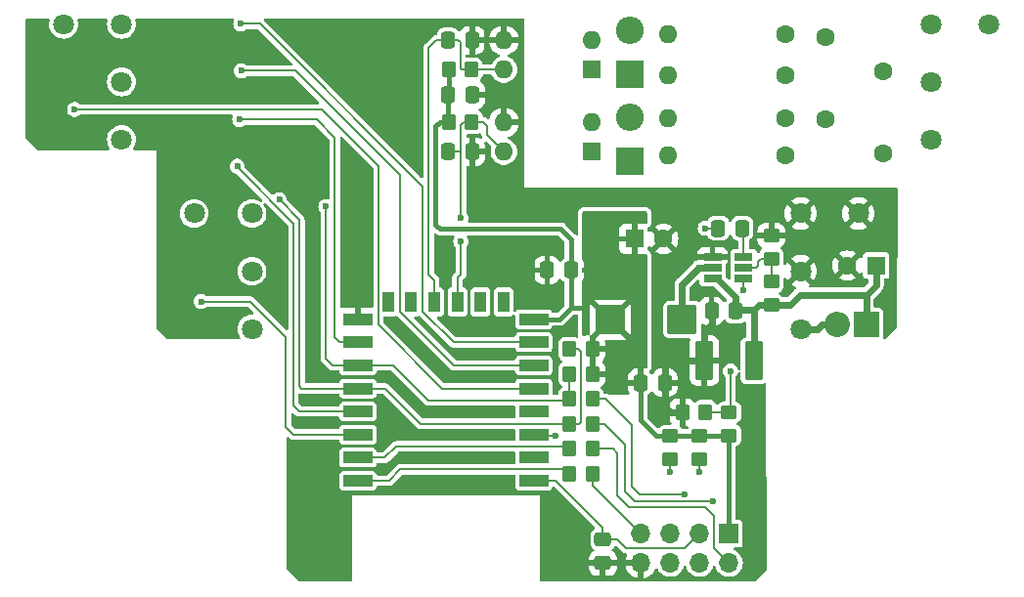
<source format=gtl>
G04 #@! TF.GenerationSoftware,KiCad,Pcbnew,7.0.6*
G04 #@! TF.CreationDate,2023-07-22T14:16:58+02:00*
G04 #@! TF.ProjectId,esp-switch,6573702d-7377-4697-9463-682e6b696361,rev?*
G04 #@! TF.SameCoordinates,Original*
G04 #@! TF.FileFunction,Copper,L1,Top*
G04 #@! TF.FilePolarity,Positive*
%FSLAX46Y46*%
G04 Gerber Fmt 4.6, Leading zero omitted, Abs format (unit mm)*
G04 Created by KiCad (PCBNEW 7.0.6) date 2023-07-22 14:16:58*
%MOMM*%
%LPD*%
G01*
G04 APERTURE LIST*
G04 Aperture macros list*
%AMRoundRect*
0 Rectangle with rounded corners*
0 $1 Rounding radius*
0 $2 $3 $4 $5 $6 $7 $8 $9 X,Y pos of 4 corners*
0 Add a 4 corners polygon primitive as box body*
4,1,4,$2,$3,$4,$5,$6,$7,$8,$9,$2,$3,0*
0 Add four circle primitives for the rounded corners*
1,1,$1+$1,$2,$3*
1,1,$1+$1,$4,$5*
1,1,$1+$1,$6,$7*
1,1,$1+$1,$8,$9*
0 Add four rect primitives between the rounded corners*
20,1,$1+$1,$2,$3,$4,$5,0*
20,1,$1+$1,$4,$5,$6,$7,0*
20,1,$1+$1,$6,$7,$8,$9,0*
20,1,$1+$1,$8,$9,$2,$3,0*%
G04 Aperture macros list end*
G04 #@! TA.AperFunction,ComponentPad*
%ADD10R,1.600000X1.600000*%
G04 #@! TD*
G04 #@! TA.AperFunction,ComponentPad*
%ADD11C,1.600000*%
G04 #@! TD*
G04 #@! TA.AperFunction,ComponentPad*
%ADD12O,1.600000X1.600000*%
G04 #@! TD*
G04 #@! TA.AperFunction,ComponentPad*
%ADD13C,1.800000*%
G04 #@! TD*
G04 #@! TA.AperFunction,SMDPad,CuDef*
%ADD14RoundRect,0.250000X-0.337500X-0.475000X0.337500X-0.475000X0.337500X0.475000X-0.337500X0.475000X0*%
G04 #@! TD*
G04 #@! TA.AperFunction,SMDPad,CuDef*
%ADD15RoundRect,0.250000X-0.350000X-0.450000X0.350000X-0.450000X0.350000X0.450000X-0.350000X0.450000X0*%
G04 #@! TD*
G04 #@! TA.AperFunction,SMDPad,CuDef*
%ADD16RoundRect,0.250000X-0.475000X0.337500X-0.475000X-0.337500X0.475000X-0.337500X0.475000X0.337500X0*%
G04 #@! TD*
G04 #@! TA.AperFunction,ComponentPad*
%ADD17R,2.400000X2.400000*%
G04 #@! TD*
G04 #@! TA.AperFunction,ComponentPad*
%ADD18O,2.400000X2.400000*%
G04 #@! TD*
G04 #@! TA.AperFunction,SMDPad,CuDef*
%ADD19RoundRect,0.250000X0.337500X0.475000X-0.337500X0.475000X-0.337500X-0.475000X0.337500X-0.475000X0*%
G04 #@! TD*
G04 #@! TA.AperFunction,SMDPad,CuDef*
%ADD20RoundRect,0.250000X0.537500X1.450000X-0.537500X1.450000X-0.537500X-1.450000X0.537500X-1.450000X0*%
G04 #@! TD*
G04 #@! TA.AperFunction,SMDPad,CuDef*
%ADD21RoundRect,0.250000X0.450000X-0.350000X0.450000X0.350000X-0.450000X0.350000X-0.450000X-0.350000X0*%
G04 #@! TD*
G04 #@! TA.AperFunction,SMDPad,CuDef*
%ADD22RoundRect,0.200000X-1.100000X1.050000X-1.100000X-1.050000X1.100000X-1.050000X1.100000X1.050000X0*%
G04 #@! TD*
G04 #@! TA.AperFunction,SMDPad,CuDef*
%ADD23RoundRect,0.250000X-0.450000X0.350000X-0.450000X-0.350000X0.450000X-0.350000X0.450000X0.350000X0*%
G04 #@! TD*
G04 #@! TA.AperFunction,ComponentPad*
%ADD24R,1.700000X1.700000*%
G04 #@! TD*
G04 #@! TA.AperFunction,ComponentPad*
%ADD25O,1.700000X1.700000*%
G04 #@! TD*
G04 #@! TA.AperFunction,ComponentPad*
%ADD26R,2.200000X2.200000*%
G04 #@! TD*
G04 #@! TA.AperFunction,ComponentPad*
%ADD27O,2.200000X2.200000*%
G04 #@! TD*
G04 #@! TA.AperFunction,SMDPad,CuDef*
%ADD28RoundRect,0.250000X0.350000X0.450000X-0.350000X0.450000X-0.350000X-0.450000X0.350000X-0.450000X0*%
G04 #@! TD*
G04 #@! TA.AperFunction,SMDPad,CuDef*
%ADD29R,1.560000X0.650000*%
G04 #@! TD*
G04 #@! TA.AperFunction,SMDPad,CuDef*
%ADD30R,2.500000X1.000000*%
G04 #@! TD*
G04 #@! TA.AperFunction,SMDPad,CuDef*
%ADD31R,1.000000X1.800000*%
G04 #@! TD*
G04 #@! TA.AperFunction,ViaPad*
%ADD32C,0.600000*%
G04 #@! TD*
G04 #@! TA.AperFunction,Conductor*
%ADD33C,0.600000*%
G04 #@! TD*
G04 #@! TA.AperFunction,Conductor*
%ADD34C,0.200000*%
G04 #@! TD*
G04 #@! TA.AperFunction,Conductor*
%ADD35C,0.400000*%
G04 #@! TD*
G04 APERTURE END LIST*
D10*
X74141380Y-21905000D03*
D11*
X71641380Y-21905000D03*
X66304200Y-12405400D03*
D12*
X56144200Y-12405400D03*
D13*
X83900000Y-1000000D03*
X78900000Y-1000000D03*
X78900000Y-6000000D03*
X78900000Y-11000000D03*
D14*
X37098100Y-12049800D03*
X39173100Y-12049800D03*
X53760500Y-32065000D03*
X55835500Y-32065000D03*
D10*
X49530200Y-12039200D03*
D12*
X49530200Y-9499200D03*
X41910200Y-9499200D03*
X41910200Y-12039200D03*
D14*
X37072700Y-2382200D03*
X39147700Y-2382200D03*
D15*
X37110200Y-4922200D03*
X39110200Y-4922200D03*
X47575000Y-31303000D03*
X49575000Y-31303000D03*
D16*
X50480000Y-45632500D03*
X50480000Y-47707500D03*
D11*
X74747800Y-5117000D03*
X69747800Y-2117000D03*
D17*
X52842200Y-12842000D03*
D18*
X52842200Y-9032000D03*
D19*
X47732900Y-22311400D03*
X45657900Y-22311400D03*
D20*
X63539500Y-30160000D03*
X59264500Y-30160000D03*
D15*
X47575000Y-33462000D03*
X49575000Y-33462000D03*
D11*
X66304200Y-5430200D03*
D12*
X56144200Y-5430200D03*
D21*
X65059600Y-21304800D03*
X65059600Y-19304800D03*
D11*
X66304200Y-9154200D03*
D12*
X56144200Y-9154200D03*
D19*
X61960800Y-25842000D03*
X59885800Y-25842000D03*
D22*
X51139200Y-26604000D03*
X57339200Y-26604000D03*
D15*
X47575000Y-35621000D03*
X49575000Y-35621000D03*
D23*
X61402000Y-34621000D03*
X61402000Y-36621000D03*
D21*
X56322000Y-38653000D03*
X56322000Y-36653000D03*
D17*
X52842200Y-5349000D03*
D18*
X52842200Y-1539000D03*
D24*
X61392000Y-45141000D03*
D25*
X61392000Y-47681000D03*
X58852000Y-45141000D03*
X58852000Y-47681000D03*
X56312000Y-45141000D03*
X56312000Y-47681000D03*
X53772000Y-45141000D03*
X53772000Y-47681000D03*
D26*
X73284234Y-27010400D03*
D27*
X70744234Y-27010400D03*
D10*
X49530200Y-4922200D03*
D12*
X49530200Y-2382200D03*
X41910200Y-2382200D03*
X41910200Y-4922200D03*
D13*
X3800000Y-1000000D03*
X8800000Y-1000000D03*
X8800000Y-6000000D03*
X8800000Y-11000000D03*
D11*
X74747800Y-12229000D03*
X69747800Y-9229000D03*
D15*
X37135600Y-9484400D03*
X39135600Y-9484400D03*
D14*
X37098100Y-7122200D03*
X39173100Y-7122200D03*
D28*
X49575000Y-39939000D03*
X47575000Y-39939000D03*
D21*
X65059600Y-25318000D03*
X65059600Y-23318000D03*
D29*
X59972000Y-21148000D03*
X59972000Y-22098000D03*
X59972000Y-23048000D03*
X62672000Y-23048000D03*
X62672000Y-22098000D03*
X62672000Y-21148000D03*
D21*
X58862000Y-38653000D03*
X58862000Y-36653000D03*
D15*
X57354000Y-34605000D03*
X59354000Y-34605000D03*
D10*
X53217621Y-19600000D03*
D11*
X55717621Y-19600000D03*
X66304200Y-1874200D03*
D12*
X56144200Y-1874200D03*
D30*
X44491000Y-40561600D03*
X44491000Y-38561600D03*
X44491000Y-36561600D03*
X44491000Y-34561600D03*
X44491000Y-32561600D03*
X44491000Y-30561600D03*
X44491000Y-28561600D03*
X44491000Y-26561600D03*
D31*
X41891000Y-25061600D03*
X39891000Y-25061600D03*
X37891000Y-25061600D03*
X35891000Y-25061600D03*
X33891000Y-25061600D03*
X31891000Y-25061600D03*
D30*
X29291000Y-26561600D03*
X29291000Y-28561600D03*
X29291000Y-30561600D03*
X29291000Y-32561600D03*
X29291000Y-34561600D03*
X29291000Y-36561600D03*
X29291000Y-38561600D03*
X29291000Y-40561600D03*
D13*
X15100000Y-17400000D03*
X20100000Y-17400000D03*
X20100000Y-22400000D03*
X20100000Y-27400000D03*
D14*
X60466100Y-18679200D03*
X62541100Y-18679200D03*
D15*
X47575000Y-37780000D03*
X49575000Y-37780000D03*
X47575000Y-29144000D03*
X49575000Y-29144000D03*
D13*
X72600000Y-17400000D03*
X67600000Y-17400000D03*
X67600000Y-22400000D03*
X67600000Y-27400000D03*
D32*
X25000000Y-42500000D03*
X12500000Y-22500000D03*
X1500000Y-9000000D03*
X7500000Y-5000000D03*
X25000000Y-30000000D03*
X42500000Y-7500000D03*
X30000000Y-20000000D03*
X25000000Y-25000000D03*
X62500000Y-40000000D03*
X22500000Y-7500000D03*
X13500000Y-11500000D03*
X40000000Y-22500000D03*
X30000000Y-17500000D03*
X17500000Y-16500000D03*
X30000000Y-7500000D03*
X25000000Y-2500000D03*
X20000000Y-2500000D03*
X5000000Y-2500000D03*
X17500000Y-19000000D03*
X39200000Y-14600000D03*
X55000000Y-30000000D03*
X25000000Y-37500000D03*
X7500000Y-10000000D03*
X55000000Y-17500000D03*
X55000000Y-27500000D03*
X55000000Y-35000000D03*
X22500000Y-20000000D03*
X42500000Y-15000000D03*
X1500000Y-7000000D03*
X12500000Y-27500000D03*
X25000000Y-20000000D03*
X40000000Y-20000000D03*
X1500000Y-5000000D03*
X10000000Y-7500000D03*
X59900000Y-24300000D03*
X20000000Y-7500000D03*
X47500000Y-17500000D03*
X30000000Y-22500000D03*
X42489016Y-22470485D03*
X12500000Y-17500000D03*
X61300000Y-27500000D03*
X55000000Y-25000000D03*
X30000000Y-2500000D03*
X62500000Y-32500000D03*
X12500000Y-5000000D03*
X30000000Y-15000000D03*
X12500000Y-12500000D03*
X25000000Y-12500000D03*
X25000000Y-47500000D03*
X1500000Y-3000000D03*
X20000000Y-20000000D03*
X42500000Y-20000000D03*
X47500000Y-45000000D03*
X29300000Y-24800000D03*
X22500000Y-12500000D03*
X13500000Y-7000000D03*
X57500000Y-32500000D03*
X65000000Y-17500000D03*
X13500000Y-3000000D03*
X55000000Y-22500000D03*
X57500000Y-17500000D03*
X58862000Y-39812000D03*
X38186400Y-17764800D03*
X38186400Y-19822200D03*
X46416000Y-36637000D03*
X56322000Y-39812000D03*
X19161800Y-5039400D03*
X19136400Y-975400D03*
X4744800Y-8392200D03*
X19034800Y-9255800D03*
X18831600Y-13309600D03*
X15707400Y-25029200D03*
X26502400Y-16799600D03*
X22463800Y-16190000D03*
X60005000Y-42352000D03*
X57592000Y-41717000D03*
X58796000Y-22098000D03*
X59344600Y-18679200D03*
X62672000Y-24013200D03*
X61529000Y-31049000D03*
D33*
X60348000Y-23048000D02*
X61960800Y-24660800D01*
X63958000Y-25318000D02*
X63535600Y-25740400D01*
X74141380Y-23618220D02*
X73284234Y-24475366D01*
X63535600Y-25740400D02*
X63535600Y-29398000D01*
X62062400Y-25740400D02*
X61960800Y-25842000D01*
X61960800Y-24660800D02*
X61960800Y-25842000D01*
X66675800Y-25318000D02*
X65059600Y-25318000D01*
X59972000Y-23048000D02*
X60348000Y-23048000D01*
X73284234Y-24475366D02*
X67518434Y-24475366D01*
X63535600Y-25740400D02*
X62062400Y-25740400D01*
X65059600Y-25318000D02*
X63958000Y-25318000D01*
X67518434Y-24475366D02*
X66675800Y-25318000D01*
X74141380Y-21905000D02*
X74141380Y-23618220D01*
X73284234Y-24475366D02*
X73284234Y-27010400D01*
X59885800Y-25842000D02*
X59885800Y-26977200D01*
X56195000Y-30160000D02*
X59264500Y-30160000D01*
D34*
X1500000Y-7000000D02*
X1500000Y-5000000D01*
X1500000Y-7000000D02*
X1500000Y-9000000D01*
X17500000Y-16500000D02*
X17500000Y-19000000D01*
D33*
X55835500Y-32065000D02*
X55835500Y-30519500D01*
X59885800Y-26977200D02*
X59264500Y-27598500D01*
D34*
X39200000Y-12076700D02*
X39200000Y-14600000D01*
X29291000Y-26561600D02*
X29291000Y-24809000D01*
D33*
X59264500Y-27598500D02*
X59264500Y-30160000D01*
D34*
X39173100Y-12049800D02*
X39200000Y-12076700D01*
D33*
X55835500Y-30519500D02*
X56195000Y-30160000D01*
X55835500Y-34118500D02*
X56322000Y-34605000D01*
X56322000Y-34605000D02*
X57354000Y-34605000D01*
X55835500Y-32065000D02*
X55835500Y-34118500D01*
D34*
X29291000Y-24809000D02*
X29300000Y-24800000D01*
D35*
X37098100Y-7122200D02*
X37098100Y-9446900D01*
X37110200Y-4922200D02*
X37110200Y-7110100D01*
X46830000Y-18730000D02*
X47732900Y-19632900D01*
X46737800Y-26561600D02*
X44491000Y-26561600D01*
X47732900Y-25566500D02*
X47766400Y-25600000D01*
X36000000Y-9842000D02*
X36000000Y-18347000D01*
X55068000Y-36653000D02*
X56322000Y-36653000D01*
X61402000Y-36621000D02*
X61392000Y-36631000D01*
X47732900Y-19632900D02*
X47732900Y-22311400D01*
X47732900Y-22311400D02*
X47732900Y-25566500D01*
X37110200Y-7110100D02*
X37098100Y-7122200D01*
X37098100Y-9446900D02*
X37135600Y-9484400D01*
X36000000Y-18347000D02*
X36383000Y-18730000D01*
X37135600Y-9484400D02*
X36357600Y-9484400D01*
X61392000Y-36631000D02*
X61392000Y-45141000D01*
X36383000Y-18730000D02*
X46830000Y-18730000D01*
X53760500Y-35345500D02*
X55068000Y-36653000D01*
X61370000Y-36653000D02*
X61402000Y-36621000D01*
X36357600Y-9484400D02*
X36000000Y-9842000D01*
X47766400Y-25600000D02*
X49100000Y-25600000D01*
X58862000Y-36653000D02*
X61370000Y-36653000D01*
X53760500Y-32065000D02*
X53760500Y-35345500D01*
X56322000Y-36653000D02*
X58862000Y-36653000D01*
X47732900Y-25566500D02*
X46737800Y-26561600D01*
D34*
X52512000Y-46416000D02*
X57577000Y-46416000D01*
X58852000Y-45141000D02*
X57577000Y-46416000D01*
X58862000Y-38653000D02*
X58862000Y-39812000D01*
X46403600Y-40561600D02*
X50480000Y-44638000D01*
X51728500Y-45632500D02*
X52512000Y-46416000D01*
X50480000Y-44638000D02*
X50480000Y-45632500D01*
X50480000Y-45632500D02*
X51728500Y-45632500D01*
X44491000Y-40561600D02*
X46403600Y-40561600D01*
X38186400Y-12049800D02*
X38186400Y-17764800D01*
X37891000Y-22981200D02*
X37891000Y-25061600D01*
X38186400Y-22685800D02*
X37891000Y-22981200D01*
X40421600Y-10550600D02*
X41910200Y-12039200D01*
X39135600Y-9484400D02*
X40116800Y-9484400D01*
X38415000Y-9484400D02*
X38186400Y-9713000D01*
X38186400Y-19822200D02*
X38186400Y-22685800D01*
X40421600Y-9789200D02*
X40421600Y-10550600D01*
X38186400Y-9713000D02*
X38186400Y-11745000D01*
X38186400Y-11745000D02*
X38186400Y-12049800D01*
X37098100Y-12049800D02*
X38186400Y-12049800D01*
X40116800Y-9484400D02*
X40421600Y-9789200D01*
X39135600Y-9484400D02*
X38415000Y-9484400D01*
X37072700Y-2382200D02*
X36068400Y-2382200D01*
X37942200Y-2382200D02*
X38135600Y-2575600D01*
X35400000Y-3050600D02*
X35400000Y-22700000D01*
X36068400Y-2382200D02*
X35400000Y-3050600D01*
X35891000Y-23191000D02*
X35891000Y-25061600D01*
X35400000Y-22700000D02*
X35891000Y-23191000D01*
X38135600Y-2575600D02*
X38135600Y-4810800D01*
X41910200Y-4922200D02*
X39110200Y-4922200D01*
X38135600Y-4810800D02*
X38247000Y-4922200D01*
X37072700Y-2382200D02*
X37942200Y-2382200D01*
X38247000Y-4922200D02*
X39110200Y-4922200D01*
D33*
X69428400Y-27010400D02*
X69038800Y-27400000D01*
X70744234Y-27010400D02*
X69428400Y-27010400D01*
X69038800Y-27400000D02*
X67600000Y-27400000D01*
D34*
X44566400Y-36637000D02*
X44491000Y-36561600D01*
X56322000Y-38653000D02*
X56322000Y-39812000D01*
X46416000Y-36637000D02*
X44566400Y-36637000D01*
X51369000Y-37780000D02*
X51750000Y-38161000D01*
X51750000Y-41844000D02*
X52766000Y-42860000D01*
X51750000Y-38161000D02*
X51750000Y-41844000D01*
X59370000Y-42860000D02*
X60132000Y-43622000D01*
X49575000Y-37780000D02*
X51369000Y-37780000D01*
X60132000Y-43622000D02*
X60132000Y-46421000D01*
X60132000Y-46421000D02*
X61392000Y-47681000D01*
X52766000Y-42860000D02*
X59370000Y-42860000D01*
X37546600Y-30561600D02*
X44491000Y-30561600D01*
X32877800Y-14081800D02*
X32877800Y-25892800D01*
X19161800Y-5039400D02*
X23835400Y-5039400D01*
X32877800Y-25892800D02*
X37546600Y-30561600D01*
X23835400Y-5039400D02*
X32877800Y-14081800D01*
X34900000Y-15088000D02*
X34900000Y-25920600D01*
X34900000Y-25920600D02*
X37541000Y-28561600D01*
X20787400Y-975400D02*
X34900000Y-15088000D01*
X19136400Y-975400D02*
X20787400Y-975400D01*
X37541000Y-28561600D02*
X44491000Y-28561600D01*
X31049000Y-13269000D02*
X31049000Y-27035800D01*
X36574800Y-32561600D02*
X44491000Y-32561600D01*
X26172200Y-8392200D02*
X31049000Y-13269000D01*
X31049000Y-27035800D02*
X36574800Y-32561600D01*
X4744800Y-8392200D02*
X26172200Y-8392200D01*
X27679600Y-28561600D02*
X29291000Y-28561600D01*
X25715000Y-9255800D02*
X27264400Y-10805200D01*
X27264400Y-10805200D02*
X27264400Y-28146400D01*
X27264400Y-28146400D02*
X27679600Y-28561600D01*
X19034800Y-9255800D02*
X25715000Y-9255800D01*
X23683000Y-25911314D02*
X23683000Y-34020800D01*
X18831600Y-13309600D02*
X18831600Y-13406329D01*
X18831600Y-13406329D02*
X23683000Y-18257729D01*
X23683000Y-18257729D02*
X23683000Y-25914757D01*
X24223800Y-34561600D02*
X29291000Y-34561600D01*
X23683000Y-34020800D02*
X24223800Y-34561600D01*
X23048000Y-35900400D02*
X23709200Y-36561600D01*
X19949200Y-25029200D02*
X23048000Y-28128000D01*
X15707400Y-25029200D02*
X19949200Y-25029200D01*
X23709200Y-36561600D02*
X29291000Y-36561600D01*
X23048000Y-28128000D02*
X23048000Y-35900400D01*
X47448000Y-33589000D02*
X47575000Y-33462000D01*
X27081800Y-30561600D02*
X29291000Y-30561600D01*
X29291000Y-30561600D02*
X32339600Y-30561600D01*
X26502400Y-29982200D02*
X27081800Y-30561600D01*
X35367000Y-33589000D02*
X47448000Y-33589000D01*
X47575000Y-33462000D02*
X47575000Y-31303000D01*
X32339600Y-30561600D02*
X35367000Y-33589000D01*
X26502400Y-16799600D02*
X26502400Y-29982200D01*
X31621800Y-32561600D02*
X34681200Y-35621000D01*
X24408200Y-32561600D02*
X29291000Y-32561600D01*
X22463800Y-16190000D02*
X24216400Y-17942600D01*
X24216400Y-17942600D02*
X24216400Y-32369800D01*
X48575000Y-29398000D02*
X48321000Y-29144000D01*
X48448000Y-35621000D02*
X48575000Y-35494000D01*
X24216400Y-32369800D02*
X24408200Y-32561600D01*
X48575000Y-35494000D02*
X48575000Y-29398000D01*
X48321000Y-29144000D02*
X47575000Y-29144000D01*
X47575000Y-35621000D02*
X48448000Y-35621000D01*
X29291000Y-32561600D02*
X31621800Y-32561600D01*
X34681200Y-35621000D02*
X47575000Y-35621000D01*
X53274000Y-42352000D02*
X60005000Y-42352000D01*
X50607000Y-35621000D02*
X52385000Y-37399000D01*
X49575000Y-35621000D02*
X50607000Y-35621000D01*
X52385000Y-41463000D02*
X53274000Y-42352000D01*
X52385000Y-37399000D02*
X52385000Y-41463000D01*
X50734000Y-33462000D02*
X53020000Y-35748000D01*
X49575000Y-33462000D02*
X50734000Y-33462000D01*
X53655000Y-41717000D02*
X57592000Y-41717000D01*
X53020000Y-35748000D02*
X53020000Y-41082000D01*
X53020000Y-41082000D02*
X53655000Y-41717000D01*
X32954000Y-39558000D02*
X31950400Y-40561600D01*
X31950400Y-40561600D02*
X29291000Y-40561600D01*
X47575000Y-39939000D02*
X47194000Y-39558000D01*
X47194000Y-39558000D02*
X32954000Y-39558000D01*
X29291000Y-38561600D02*
X31576600Y-38561600D01*
X47371800Y-37576800D02*
X47575000Y-37780000D01*
X32561400Y-37576800D02*
X47371800Y-37576800D01*
X31576600Y-38561600D02*
X32561400Y-37576800D01*
X49575000Y-40944000D02*
X53772000Y-45141000D01*
X49575000Y-39939000D02*
X49575000Y-40944000D01*
D33*
X57339200Y-23554800D02*
X57339200Y-26604000D01*
X59972000Y-22098000D02*
X58796000Y-22098000D01*
X58796000Y-22098000D02*
X57339200Y-23554800D01*
D34*
X59344600Y-18679200D02*
X60466100Y-18679200D01*
X62672000Y-18810100D02*
X62672000Y-21148000D01*
X62541100Y-18679200D02*
X62672000Y-18810100D01*
X65059600Y-23318000D02*
X65059600Y-22108200D01*
X63942000Y-21905000D02*
X63749000Y-22098000D01*
X64189400Y-21304800D02*
X63942000Y-21552200D01*
X65059600Y-22108200D02*
X65059600Y-21304800D01*
X63749000Y-22098000D02*
X62672000Y-22098000D01*
X65059600Y-21304800D02*
X64189400Y-21304800D01*
X63942000Y-21552200D02*
X63942000Y-21905000D01*
X62672000Y-24013200D02*
X62672000Y-23048000D01*
X61386000Y-34605000D02*
X61402000Y-34621000D01*
X61529000Y-31049000D02*
X61529000Y-34494000D01*
X59354000Y-34605000D02*
X61386000Y-34605000D01*
X61529000Y-34494000D02*
X61402000Y-34621000D01*
G04 #@! TA.AperFunction,Conductor*
G36*
X54243039Y-17219685D02*
G01*
X54288794Y-17272489D01*
X54300000Y-17324000D01*
X54300000Y-18193080D01*
X54280315Y-18260119D01*
X54227511Y-18305874D01*
X54158353Y-18315818D01*
X54132670Y-18309263D01*
X54125003Y-18306403D01*
X54124993Y-18306401D01*
X54065465Y-18300000D01*
X53467621Y-18300000D01*
X53467621Y-19284313D01*
X53455666Y-19272359D01*
X53342769Y-19214835D01*
X53249102Y-19200000D01*
X53186140Y-19200000D01*
X53092473Y-19214835D01*
X52979576Y-19272359D01*
X52967621Y-19284314D01*
X52967621Y-18300000D01*
X52369776Y-18300000D01*
X52310248Y-18306401D01*
X52310241Y-18306403D01*
X52175534Y-18356645D01*
X52175527Y-18356649D01*
X52060433Y-18442809D01*
X52060430Y-18442812D01*
X51974270Y-18557906D01*
X51974266Y-18557913D01*
X51924024Y-18692620D01*
X51924022Y-18692627D01*
X51917621Y-18752155D01*
X51917620Y-18752172D01*
X51917620Y-19349999D01*
X51917621Y-19350000D01*
X52901935Y-19350000D01*
X52889980Y-19361955D01*
X52832456Y-19474852D01*
X52812635Y-19600000D01*
X52832456Y-19725148D01*
X52889980Y-19838045D01*
X52901935Y-19850000D01*
X51917621Y-19850000D01*
X51917620Y-20447827D01*
X51917621Y-20447844D01*
X51924022Y-20507372D01*
X51924024Y-20507379D01*
X51974266Y-20642086D01*
X51974270Y-20642093D01*
X52060430Y-20757187D01*
X52060433Y-20757190D01*
X52175527Y-20843350D01*
X52175534Y-20843354D01*
X52310241Y-20893596D01*
X52310248Y-20893598D01*
X52369776Y-20899999D01*
X52369793Y-20900000D01*
X52967621Y-20900000D01*
X52967621Y-19915686D01*
X52979576Y-19927641D01*
X53092473Y-19985165D01*
X53186140Y-20000000D01*
X53249102Y-20000000D01*
X53342769Y-19985165D01*
X53455666Y-19927641D01*
X53467621Y-19915686D01*
X53467621Y-20900000D01*
X54065449Y-20900000D01*
X54065465Y-20899999D01*
X54124993Y-20893598D01*
X54124996Y-20893597D01*
X54132660Y-20890739D01*
X54202351Y-20885752D01*
X54263676Y-20919234D01*
X54297164Y-20980555D01*
X54299999Y-21006919D01*
X54300000Y-30718217D01*
X54280315Y-30785256D01*
X54227511Y-30831011D01*
X54163398Y-30841575D01*
X54147988Y-30840000D01*
X54010500Y-30840000D01*
X54010500Y-32191000D01*
X53990815Y-32258039D01*
X53938011Y-32303794D01*
X53886500Y-32315000D01*
X52673001Y-32315000D01*
X52673001Y-32589986D01*
X52683494Y-32692697D01*
X52738641Y-32859119D01*
X52738645Y-32859128D01*
X52770581Y-32910904D01*
X52789021Y-32978296D01*
X52768098Y-33044960D01*
X52714456Y-33089729D01*
X52665042Y-33100000D01*
X51042958Y-33100000D01*
X50975919Y-33080315D01*
X50969323Y-33075769D01*
X50946886Y-33059209D01*
X50939297Y-33055198D01*
X50931677Y-33051529D01*
X50907161Y-33043967D01*
X50874822Y-33033992D01*
X50854154Y-33026760D01*
X50818695Y-33014352D01*
X50810326Y-33012768D01*
X50801904Y-33011500D01*
X50801902Y-33011500D01*
X50742426Y-33011500D01*
X50682990Y-33009275D01*
X50673756Y-33010316D01*
X50673662Y-33009486D01*
X50658364Y-33011500D01*
X50639361Y-33011500D01*
X50572322Y-32991815D01*
X50526567Y-32939011D01*
X50516422Y-32903683D01*
X50510046Y-32855246D01*
X50510044Y-32855241D01*
X50510044Y-32855238D01*
X50449536Y-32709159D01*
X50353282Y-32583718D01*
X50353280Y-32583717D01*
X50353280Y-32583716D01*
X50341589Y-32574746D01*
X50300386Y-32518318D01*
X50296231Y-32448572D01*
X50330443Y-32387652D01*
X50351979Y-32370831D01*
X50393343Y-32345317D01*
X50517315Y-32221345D01*
X50609356Y-32072124D01*
X50609358Y-32072119D01*
X50664505Y-31905697D01*
X50664506Y-31905690D01*
X50673772Y-31815000D01*
X52673000Y-31815000D01*
X53510500Y-31815000D01*
X53510500Y-30840000D01*
X53373027Y-30840000D01*
X53373012Y-30840001D01*
X53270302Y-30850494D01*
X53103880Y-30905641D01*
X53103875Y-30905643D01*
X52954654Y-30997684D01*
X52830684Y-31121654D01*
X52738643Y-31270875D01*
X52738641Y-31270880D01*
X52683494Y-31437302D01*
X52683493Y-31437309D01*
X52673000Y-31540013D01*
X52673000Y-31815000D01*
X50673772Y-31815000D01*
X50674999Y-31802986D01*
X50675000Y-31802973D01*
X50675000Y-31553000D01*
X49449000Y-31553000D01*
X49381961Y-31533315D01*
X49336206Y-31480511D01*
X49325000Y-31429000D01*
X49325000Y-29394000D01*
X49825000Y-29394000D01*
X49825000Y-31053000D01*
X50674999Y-31053000D01*
X50674999Y-30803028D01*
X50674998Y-30803013D01*
X50664505Y-30700302D01*
X50609358Y-30533880D01*
X50609356Y-30533875D01*
X50517315Y-30384654D01*
X50443842Y-30311181D01*
X50410357Y-30249858D01*
X50415341Y-30180166D01*
X50443842Y-30135819D01*
X50517315Y-30062345D01*
X50609356Y-29913124D01*
X50609358Y-29913119D01*
X50664505Y-29746697D01*
X50664506Y-29746690D01*
X50674999Y-29643986D01*
X50675000Y-29643973D01*
X50675000Y-29394000D01*
X49825000Y-29394000D01*
X49325000Y-29394000D01*
X49325000Y-28894000D01*
X49825000Y-28894000D01*
X50674999Y-28894000D01*
X50674999Y-28644028D01*
X50674998Y-28644013D01*
X50664505Y-28541301D01*
X50656454Y-28517002D01*
X50654053Y-28447174D01*
X50689785Y-28387132D01*
X50752305Y-28355940D01*
X50774160Y-28353999D01*
X52295781Y-28353999D01*
X52366298Y-28347592D01*
X52366302Y-28347591D01*
X52490527Y-28308881D01*
X52490528Y-28308880D01*
X51139200Y-26957553D01*
X49825000Y-28271752D01*
X49825000Y-28894000D01*
X49325000Y-28894000D01*
X49325000Y-28247080D01*
X49324999Y-28247074D01*
X49309251Y-28151467D01*
X49317042Y-28083859D01*
X49325000Y-28064647D01*
X49325000Y-28028000D01*
X49344685Y-27960961D01*
X49397489Y-27915206D01*
X49449000Y-27904000D01*
X49485647Y-27904000D01*
X49485647Y-27903999D01*
X50785647Y-26604000D01*
X51492752Y-26604000D01*
X52863354Y-27974601D01*
X52882218Y-27943396D01*
X52882220Y-27943393D01*
X52932790Y-27781106D01*
X52939199Y-27710572D01*
X52939199Y-25497417D01*
X52932791Y-25426897D01*
X52932790Y-25426892D01*
X52882218Y-25264601D01*
X52882216Y-25264597D01*
X52863355Y-25233397D01*
X52863354Y-25233396D01*
X51492752Y-26603999D01*
X51492752Y-26604000D01*
X50785647Y-26604000D01*
X49415044Y-25233397D01*
X49396184Y-25264597D01*
X49396179Y-25264607D01*
X49345609Y-25426893D01*
X49339200Y-25497427D01*
X49339200Y-27710582D01*
X49345607Y-27781098D01*
X49345609Y-27781108D01*
X49346236Y-27783119D01*
X49346256Y-27784358D01*
X49346888Y-27787533D01*
X49346310Y-27787647D01*
X49347382Y-27852979D01*
X49310576Y-27912369D01*
X49247505Y-27942432D01*
X49227850Y-27944000D01*
X49175028Y-27944000D01*
X49175012Y-27944001D01*
X49072302Y-27954494D01*
X48905880Y-28009641D01*
X48905871Y-28009645D01*
X48889096Y-28019993D01*
X48821704Y-28038433D01*
X48755040Y-28017510D01*
X48710271Y-27963868D01*
X48700000Y-27914454D01*
X48700000Y-24899118D01*
X49787870Y-24899118D01*
X51139200Y-26250447D01*
X51139201Y-26250447D01*
X52490528Y-24899118D01*
X52366301Y-24860408D01*
X52295772Y-24854000D01*
X49982617Y-24854000D01*
X49912100Y-24860407D01*
X49912097Y-24860408D01*
X49787870Y-24899118D01*
X48700000Y-24899118D01*
X48700000Y-23229463D01*
X48718462Y-23164365D01*
X48754755Y-23105525D01*
X48754758Y-23105519D01*
X48809905Y-22939097D01*
X48809906Y-22939090D01*
X48820399Y-22836386D01*
X48820400Y-22836373D01*
X48820400Y-22561400D01*
X48700000Y-22561400D01*
X48700000Y-22061400D01*
X48820399Y-22061400D01*
X48820399Y-21786428D01*
X48820398Y-21786413D01*
X48809905Y-21683702D01*
X48754758Y-21517280D01*
X48754754Y-21517271D01*
X48718461Y-21458430D01*
X48700000Y-21393334D01*
X48700000Y-17324000D01*
X48719685Y-17256961D01*
X48772489Y-17211206D01*
X48824000Y-17200000D01*
X54176000Y-17200000D01*
X54243039Y-17219685D01*
G37*
G04 #@! TD.AperFunction*
G04 #@! TA.AperFunction,Conductor*
G36*
X62337523Y-31150984D02*
G01*
X62386657Y-31200659D01*
X62401500Y-31259488D01*
X62401500Y-31649363D01*
X62416953Y-31766753D01*
X62416956Y-31766762D01*
X62476188Y-31909762D01*
X62477464Y-31912841D01*
X62573718Y-32038282D01*
X62699159Y-32134536D01*
X62845238Y-32195044D01*
X62962639Y-32210500D01*
X64116360Y-32210499D01*
X64116363Y-32210499D01*
X64233753Y-32195046D01*
X64233757Y-32195044D01*
X64233762Y-32195044D01*
X64379841Y-32134536D01*
X64420121Y-32103627D01*
X64485287Y-32078434D01*
X64553732Y-32092471D01*
X64603722Y-32141285D01*
X64619604Y-32201381D01*
X64699740Y-48148272D01*
X64680393Y-48215409D01*
X64663423Y-48236576D01*
X63636319Y-49263681D01*
X63574996Y-49297166D01*
X63548638Y-49300000D01*
X45135000Y-49300000D01*
X45067961Y-49280315D01*
X45022206Y-49227511D01*
X45011000Y-49176000D01*
X45011000Y-47957500D01*
X49255001Y-47957500D01*
X49255001Y-48094986D01*
X49265494Y-48197697D01*
X49320641Y-48364119D01*
X49320643Y-48364124D01*
X49412684Y-48513345D01*
X49536654Y-48637315D01*
X49685875Y-48729356D01*
X49685880Y-48729358D01*
X49852302Y-48784505D01*
X49852309Y-48784506D01*
X49955019Y-48794999D01*
X50229999Y-48794999D01*
X50230000Y-48794998D01*
X50230000Y-47957500D01*
X50730000Y-47957500D01*
X50730000Y-48794999D01*
X51004972Y-48794999D01*
X51004986Y-48794998D01*
X51107697Y-48784505D01*
X51274119Y-48729358D01*
X51274124Y-48729356D01*
X51423345Y-48637315D01*
X51547315Y-48513345D01*
X51639356Y-48364124D01*
X51639358Y-48364119D01*
X51694505Y-48197697D01*
X51694506Y-48197690D01*
X51704999Y-48094986D01*
X51705000Y-48094973D01*
X51705000Y-47957500D01*
X50730000Y-47957500D01*
X50230000Y-47957500D01*
X49255001Y-47957500D01*
X45011000Y-47957500D01*
X45011000Y-41861600D01*
X28771000Y-41861600D01*
X28771000Y-49176000D01*
X28751315Y-49243039D01*
X28698511Y-49288794D01*
X28647000Y-49300000D01*
X24251362Y-49300000D01*
X24184323Y-49280315D01*
X24163681Y-49263681D01*
X23136319Y-48236319D01*
X23102834Y-48174996D01*
X23100000Y-48148638D01*
X23100000Y-36888865D01*
X23119685Y-36821826D01*
X23172489Y-36776071D01*
X23241647Y-36766127D01*
X23305203Y-36795152D01*
X23311681Y-36801184D01*
X23370290Y-36859793D01*
X23374926Y-36864980D01*
X23399321Y-36895570D01*
X23399321Y-36895571D01*
X23448471Y-36929080D01*
X23496318Y-36964393D01*
X23503854Y-36968376D01*
X23511519Y-36972067D01*
X23511527Y-36972072D01*
X23568376Y-36989606D01*
X23568377Y-36989607D01*
X23624497Y-37009245D01*
X23624499Y-37009245D01*
X23624501Y-37009246D01*
X23624502Y-37009246D01*
X23632879Y-37010830D01*
X23641296Y-37012099D01*
X23641298Y-37012100D01*
X23700774Y-37012100D01*
X23760209Y-37014324D01*
X23760209Y-37014323D01*
X23760210Y-37014324D01*
X23760210Y-37014323D01*
X23769444Y-37013284D01*
X23769537Y-37014113D01*
X23784836Y-37012100D01*
X27571200Y-37012100D01*
X27638239Y-37031785D01*
X27683994Y-37084589D01*
X27693903Y-37118216D01*
X27698219Y-37147836D01*
X27700427Y-37162994D01*
X27751803Y-37268085D01*
X27834514Y-37350796D01*
X27834515Y-37350796D01*
X27834517Y-37350798D01*
X27939607Y-37402173D01*
X27973673Y-37407136D01*
X28007739Y-37412100D01*
X28007740Y-37412100D01*
X30574261Y-37412100D01*
X30596970Y-37408791D01*
X30642393Y-37402173D01*
X30747483Y-37350798D01*
X30830198Y-37268083D01*
X30881573Y-37162993D01*
X30891500Y-37094860D01*
X30891500Y-36028340D01*
X30890344Y-36020409D01*
X30882732Y-35968160D01*
X30881573Y-35960207D01*
X30830198Y-35855117D01*
X30830196Y-35855115D01*
X30830196Y-35855114D01*
X30747485Y-35772403D01*
X30642391Y-35721026D01*
X30574261Y-35711100D01*
X30574260Y-35711100D01*
X28007740Y-35711100D01*
X28007739Y-35711100D01*
X27939608Y-35721026D01*
X27834514Y-35772403D01*
X27751803Y-35855114D01*
X27700427Y-35960205D01*
X27700426Y-35960207D01*
X27700427Y-35960207D01*
X27693903Y-36004980D01*
X27664761Y-36068478D01*
X27605912Y-36106142D01*
X27571200Y-36111100D01*
X23947166Y-36111100D01*
X23880127Y-36091415D01*
X23859485Y-36074781D01*
X23703897Y-35919193D01*
X23534816Y-35750112D01*
X23501333Y-35688792D01*
X23498499Y-35662443D01*
X23498500Y-34772763D01*
X23518185Y-34705724D01*
X23570989Y-34659970D01*
X23640147Y-34650026D01*
X23703703Y-34679051D01*
X23710166Y-34685069D01*
X23797861Y-34772764D01*
X23884890Y-34859793D01*
X23889526Y-34864981D01*
X23913921Y-34895570D01*
X23913921Y-34895571D01*
X23963071Y-34929080D01*
X24010918Y-34964393D01*
X24018454Y-34968376D01*
X24026119Y-34972067D01*
X24026127Y-34972072D01*
X24082976Y-34989606D01*
X24082977Y-34989607D01*
X24139097Y-35009245D01*
X24139099Y-35009245D01*
X24139101Y-35009246D01*
X24139102Y-35009246D01*
X24147498Y-35010834D01*
X24155895Y-35012100D01*
X24155898Y-35012100D01*
X24215359Y-35012100D01*
X24274809Y-35014325D01*
X24274809Y-35014324D01*
X24274810Y-35014325D01*
X24274810Y-35014324D01*
X24284042Y-35013285D01*
X24284135Y-35014113D01*
X24299439Y-35012100D01*
X27571200Y-35012100D01*
X27638239Y-35031785D01*
X27683994Y-35084589D01*
X27693903Y-35118216D01*
X27698653Y-35150815D01*
X27700427Y-35162994D01*
X27751803Y-35268085D01*
X27834514Y-35350796D01*
X27834515Y-35350796D01*
X27834517Y-35350798D01*
X27939607Y-35402173D01*
X27973673Y-35407136D01*
X28007739Y-35412100D01*
X28007740Y-35412100D01*
X30574261Y-35412100D01*
X30596970Y-35408791D01*
X30642393Y-35402173D01*
X30747483Y-35350798D01*
X30830198Y-35268083D01*
X30881573Y-35162993D01*
X30891500Y-35094860D01*
X30891500Y-34028340D01*
X30891281Y-34026840D01*
X30882732Y-33968160D01*
X30881573Y-33960207D01*
X30830198Y-33855117D01*
X30830196Y-33855115D01*
X30830196Y-33855114D01*
X30747485Y-33772403D01*
X30642391Y-33721026D01*
X30574261Y-33711100D01*
X30574260Y-33711100D01*
X28007740Y-33711100D01*
X28007739Y-33711100D01*
X27939608Y-33721026D01*
X27834514Y-33772403D01*
X27751803Y-33855114D01*
X27700427Y-33960205D01*
X27700426Y-33960207D01*
X27700427Y-33960207D01*
X27693903Y-34004980D01*
X27664761Y-34068478D01*
X27605912Y-34106142D01*
X27571200Y-34111100D01*
X24461765Y-34111100D01*
X24394726Y-34091415D01*
X24374084Y-34074781D01*
X24169819Y-33870516D01*
X24136334Y-33809193D01*
X24133500Y-33782835D01*
X24133500Y-33455499D01*
X24133500Y-33117519D01*
X24153183Y-33050484D01*
X24205987Y-33004729D01*
X24275146Y-32994785D01*
X24298454Y-33000482D01*
X24310592Y-33004729D01*
X24323501Y-33009246D01*
X24323507Y-33009246D01*
X24331879Y-33010830D01*
X24340296Y-33012099D01*
X24340298Y-33012100D01*
X24399774Y-33012100D01*
X24459209Y-33014324D01*
X24459209Y-33014323D01*
X24459210Y-33014324D01*
X24459210Y-33014323D01*
X24468444Y-33013284D01*
X24468537Y-33014113D01*
X24483836Y-33012100D01*
X27571200Y-33012100D01*
X27638239Y-33031785D01*
X27683994Y-33084589D01*
X27693903Y-33118216D01*
X27698740Y-33151416D01*
X27700427Y-33162994D01*
X27751803Y-33268085D01*
X27834514Y-33350796D01*
X27834515Y-33350796D01*
X27834517Y-33350798D01*
X27939607Y-33402173D01*
X27959010Y-33405000D01*
X28007739Y-33412100D01*
X28007740Y-33412100D01*
X30574261Y-33412100D01*
X30596970Y-33408791D01*
X30642393Y-33402173D01*
X30747483Y-33350798D01*
X30830198Y-33268083D01*
X30881573Y-33162993D01*
X30888096Y-33118219D01*
X30917239Y-33054722D01*
X30976088Y-33017058D01*
X31010800Y-33012100D01*
X31383834Y-33012100D01*
X31450873Y-33031785D01*
X31471515Y-33048419D01*
X34342290Y-35919193D01*
X34346926Y-35924380D01*
X34371321Y-35954970D01*
X34371321Y-35954971D01*
X34420471Y-35988480D01*
X34468318Y-36023793D01*
X34475854Y-36027776D01*
X34483519Y-36031467D01*
X34483527Y-36031472D01*
X34519041Y-36042426D01*
X34540377Y-36049007D01*
X34596497Y-36068645D01*
X34596499Y-36068645D01*
X34596501Y-36068646D01*
X34596502Y-36068646D01*
X34604879Y-36070230D01*
X34613296Y-36071499D01*
X34613298Y-36071500D01*
X34672774Y-36071500D01*
X34732209Y-36073724D01*
X34732209Y-36073723D01*
X34732210Y-36073724D01*
X34732210Y-36073723D01*
X34741444Y-36072684D01*
X34741537Y-36073513D01*
X34756836Y-36071500D01*
X42766500Y-36071500D01*
X42833539Y-36091185D01*
X42879294Y-36143989D01*
X42890500Y-36195500D01*
X42890500Y-37002300D01*
X42870815Y-37069339D01*
X42818011Y-37115094D01*
X42766500Y-37126300D01*
X32590183Y-37126300D01*
X32583244Y-37125910D01*
X32568969Y-37124302D01*
X32544364Y-37121529D01*
X32485911Y-37132589D01*
X32427111Y-37141452D01*
X32418956Y-37143967D01*
X32410930Y-37146775D01*
X32410929Y-37146776D01*
X32410927Y-37146776D01*
X32410924Y-37146778D01*
X32358326Y-37174577D01*
X32304758Y-37200375D01*
X32297708Y-37205180D01*
X32290861Y-37210235D01*
X32269837Y-37231258D01*
X32248813Y-37252283D01*
X32231882Y-37267993D01*
X32205203Y-37292747D01*
X32199413Y-37300008D01*
X32198762Y-37299488D01*
X32189367Y-37311728D01*
X31426316Y-38074781D01*
X31364993Y-38108266D01*
X31338635Y-38111100D01*
X31010800Y-38111100D01*
X30943761Y-38091415D01*
X30898006Y-38038611D01*
X30888096Y-38004983D01*
X30881573Y-37960207D01*
X30830198Y-37855117D01*
X30830196Y-37855115D01*
X30830196Y-37855114D01*
X30747485Y-37772403D01*
X30737580Y-37767561D01*
X30642393Y-37721027D01*
X30642391Y-37721026D01*
X30574261Y-37711100D01*
X30574260Y-37711100D01*
X28007740Y-37711100D01*
X28007739Y-37711100D01*
X27939608Y-37721026D01*
X27834514Y-37772403D01*
X27751803Y-37855114D01*
X27700426Y-37960208D01*
X27690500Y-38028339D01*
X27690500Y-39094860D01*
X27700426Y-39162991D01*
X27751803Y-39268085D01*
X27834514Y-39350796D01*
X27834515Y-39350796D01*
X27834517Y-39350798D01*
X27939607Y-39402173D01*
X27973673Y-39407136D01*
X28007739Y-39412100D01*
X28007740Y-39412100D01*
X30574261Y-39412100D01*
X30596970Y-39408791D01*
X30642393Y-39402173D01*
X30747483Y-39350798D01*
X30830198Y-39268083D01*
X30881573Y-39162993D01*
X30888096Y-39118219D01*
X30917239Y-39054722D01*
X30976088Y-39017058D01*
X31010800Y-39012100D01*
X31547817Y-39012100D01*
X31554755Y-39012489D01*
X31586650Y-39016083D01*
X31593634Y-39016870D01*
X31593634Y-39016869D01*
X31593635Y-39016870D01*
X31652079Y-39005811D01*
X31710887Y-38996948D01*
X31710890Y-38996946D01*
X31719047Y-38994430D01*
X31727069Y-38991623D01*
X31727072Y-38991623D01*
X31779672Y-38963822D01*
X31833242Y-38938025D01*
X31833242Y-38938024D01*
X31833244Y-38938024D01*
X31840295Y-38933216D01*
X31847138Y-38928166D01*
X31889199Y-38886104D01*
X31889199Y-38886103D01*
X31932794Y-38845655D01*
X31932796Y-38845650D01*
X31938587Y-38838390D01*
X31939243Y-38838913D01*
X31948632Y-38826670D01*
X32711684Y-38063619D01*
X32773007Y-38030134D01*
X32799365Y-38027300D01*
X42766500Y-38027300D01*
X42833539Y-38046985D01*
X42879294Y-38099789D01*
X42890500Y-38151300D01*
X42890500Y-38983500D01*
X42870815Y-39050539D01*
X42818011Y-39096294D01*
X42766500Y-39107500D01*
X32982783Y-39107500D01*
X32975844Y-39107110D01*
X32961569Y-39105502D01*
X32936964Y-39102729D01*
X32878511Y-39113789D01*
X32819711Y-39122652D01*
X32811556Y-39125167D01*
X32803530Y-39127975D01*
X32803529Y-39127976D01*
X32803527Y-39127976D01*
X32803524Y-39127978D01*
X32750926Y-39155777D01*
X32697358Y-39181575D01*
X32690308Y-39186380D01*
X32683461Y-39191435D01*
X32662437Y-39212458D01*
X32641413Y-39233483D01*
X32617770Y-39255420D01*
X32597803Y-39273947D01*
X32592013Y-39281208D01*
X32591362Y-39280688D01*
X32581967Y-39292928D01*
X31800116Y-40074781D01*
X31738793Y-40108266D01*
X31712435Y-40111100D01*
X31010800Y-40111100D01*
X30943761Y-40091415D01*
X30898006Y-40038611D01*
X30888096Y-40004983D01*
X30881573Y-39960207D01*
X30830198Y-39855117D01*
X30830196Y-39855115D01*
X30830196Y-39855114D01*
X30747485Y-39772403D01*
X30642391Y-39721026D01*
X30574261Y-39711100D01*
X30574260Y-39711100D01*
X28007740Y-39711100D01*
X28007739Y-39711100D01*
X27939608Y-39721026D01*
X27834514Y-39772403D01*
X27751803Y-39855114D01*
X27700426Y-39960208D01*
X27690500Y-40028339D01*
X27690500Y-41094860D01*
X27700426Y-41162991D01*
X27751803Y-41268085D01*
X27834514Y-41350796D01*
X27834515Y-41350796D01*
X27834517Y-41350798D01*
X27939607Y-41402173D01*
X27973673Y-41407136D01*
X28007739Y-41412100D01*
X28007740Y-41412100D01*
X30574261Y-41412100D01*
X30596970Y-41408791D01*
X30642393Y-41402173D01*
X30747483Y-41350798D01*
X30830198Y-41268083D01*
X30881573Y-41162993D01*
X30888096Y-41118219D01*
X30917239Y-41054722D01*
X30976088Y-41017058D01*
X31010800Y-41012100D01*
X31921617Y-41012100D01*
X31928555Y-41012489D01*
X31956918Y-41015685D01*
X31967434Y-41016870D01*
X31967434Y-41016869D01*
X31967435Y-41016870D01*
X32025879Y-41005811D01*
X32084687Y-40996948D01*
X32084690Y-40996946D01*
X32092847Y-40994430D01*
X32100869Y-40991623D01*
X32100872Y-40991623D01*
X32153472Y-40963822D01*
X32207042Y-40938025D01*
X32207042Y-40938024D01*
X32207044Y-40938024D01*
X32214095Y-40933216D01*
X32220938Y-40928166D01*
X32262999Y-40886104D01*
X32279932Y-40870393D01*
X32306594Y-40845655D01*
X32306596Y-40845650D01*
X32312387Y-40838390D01*
X32313043Y-40838913D01*
X32322432Y-40826670D01*
X33104283Y-40044819D01*
X33165607Y-40011334D01*
X33191965Y-40008500D01*
X42766500Y-40008500D01*
X42833539Y-40028185D01*
X42879294Y-40080989D01*
X42890500Y-40132500D01*
X42890500Y-41094860D01*
X42900426Y-41162991D01*
X42951803Y-41268085D01*
X43034514Y-41350796D01*
X43034515Y-41350796D01*
X43034517Y-41350798D01*
X43139607Y-41402173D01*
X43173673Y-41407136D01*
X43207739Y-41412100D01*
X43207740Y-41412100D01*
X45774261Y-41412100D01*
X45796970Y-41408791D01*
X45842393Y-41402173D01*
X45947483Y-41350798D01*
X46030198Y-41268083D01*
X46081573Y-41162993D01*
X46082351Y-41157648D01*
X46111492Y-41094147D01*
X46170339Y-41056481D01*
X46240209Y-41056609D01*
X46292737Y-41087841D01*
X49764117Y-44559220D01*
X49797602Y-44620543D01*
X49792618Y-44690235D01*
X49750746Y-44746168D01*
X49723893Y-44761460D01*
X49702162Y-44770462D01*
X49576718Y-44866718D01*
X49480463Y-44992160D01*
X49419956Y-45138237D01*
X49419955Y-45138239D01*
X49404500Y-45255638D01*
X49404500Y-46009363D01*
X49419953Y-46126753D01*
X49419956Y-46126762D01*
X49480464Y-46272841D01*
X49501778Y-46300618D01*
X49576719Y-46398283D01*
X49690279Y-46485420D01*
X49731482Y-46541848D01*
X49735637Y-46611594D01*
X49701425Y-46672514D01*
X49679890Y-46689334D01*
X49536659Y-46777680D01*
X49536655Y-46777683D01*
X49412684Y-46901654D01*
X49320643Y-47050875D01*
X49320641Y-47050880D01*
X49265494Y-47217302D01*
X49265493Y-47217309D01*
X49255000Y-47320013D01*
X49255000Y-47457500D01*
X51704998Y-47457500D01*
X51704999Y-47320028D01*
X51704998Y-47320013D01*
X51694505Y-47217302D01*
X51639358Y-47050880D01*
X51639356Y-47050875D01*
X51547315Y-46901654D01*
X51423345Y-46777684D01*
X51280109Y-46689335D01*
X51233384Y-46637387D01*
X51222163Y-46568424D01*
X51250006Y-46504342D01*
X51269715Y-46485424D01*
X51383282Y-46398282D01*
X51479536Y-46272841D01*
X51482385Y-46265960D01*
X51526224Y-46211558D01*
X51592517Y-46189491D01*
X51660217Y-46206768D01*
X51684624Y-46225728D01*
X51863604Y-46404707D01*
X52173090Y-46714193D01*
X52177726Y-46719380D01*
X52202121Y-46749970D01*
X52242768Y-46777683D01*
X52251266Y-46783477D01*
X52299117Y-46818793D01*
X52306666Y-46822783D01*
X52314326Y-46826472D01*
X52371168Y-46844004D01*
X52427296Y-46863645D01*
X52427298Y-46863645D01*
X52427300Y-46863646D01*
X52427301Y-46863646D01*
X52435694Y-46865233D01*
X52444095Y-46866500D01*
X52444098Y-46866500D01*
X52467607Y-46866500D01*
X52534646Y-46886185D01*
X52580401Y-46938989D01*
X52590345Y-47008147D01*
X52579989Y-47042905D01*
X52498569Y-47217507D01*
X52498567Y-47217513D01*
X52441364Y-47430999D01*
X52441364Y-47431000D01*
X53338314Y-47431000D01*
X53312507Y-47471156D01*
X53272000Y-47609111D01*
X53272000Y-47752889D01*
X53312507Y-47890844D01*
X53338314Y-47931000D01*
X52441364Y-47931000D01*
X52498567Y-48144486D01*
X52498570Y-48144492D01*
X52598399Y-48358578D01*
X52733894Y-48552082D01*
X52900917Y-48719105D01*
X53094421Y-48854600D01*
X53308507Y-48954429D01*
X53308516Y-48954433D01*
X53521998Y-49011635D01*
X53521999Y-49011634D01*
X53521999Y-48116501D01*
X53629685Y-48165680D01*
X53736237Y-48181000D01*
X53807763Y-48181000D01*
X53914315Y-48165680D01*
X54022000Y-48116501D01*
X54022000Y-49011633D01*
X54235483Y-48954433D01*
X54235492Y-48954429D01*
X54449578Y-48854600D01*
X54643082Y-48719105D01*
X54810105Y-48552082D01*
X54945600Y-48358578D01*
X55012282Y-48215578D01*
X55058454Y-48163139D01*
X55125648Y-48143987D01*
X55192529Y-48164203D01*
X55235664Y-48212711D01*
X55286938Y-48315683D01*
X55286943Y-48315691D01*
X55421020Y-48493238D01*
X55585437Y-48643123D01*
X55585439Y-48643125D01*
X55774595Y-48760245D01*
X55774596Y-48760245D01*
X55774599Y-48760247D01*
X55982060Y-48840618D01*
X56200757Y-48881500D01*
X56200759Y-48881500D01*
X56423241Y-48881500D01*
X56423243Y-48881500D01*
X56641940Y-48840618D01*
X56849401Y-48760247D01*
X57038562Y-48643124D01*
X57202981Y-48493236D01*
X57337058Y-48315689D01*
X57436229Y-48116528D01*
X57462734Y-48023371D01*
X57500013Y-47964278D01*
X57563323Y-47934721D01*
X57632562Y-47944083D01*
X57685749Y-47989393D01*
X57701266Y-48023372D01*
X57727769Y-48116523D01*
X57727775Y-48116538D01*
X57826938Y-48315683D01*
X57826943Y-48315691D01*
X57961020Y-48493238D01*
X58125437Y-48643123D01*
X58125439Y-48643125D01*
X58314595Y-48760245D01*
X58314596Y-48760245D01*
X58314599Y-48760247D01*
X58522060Y-48840618D01*
X58740757Y-48881500D01*
X58740759Y-48881500D01*
X58963241Y-48881500D01*
X58963243Y-48881500D01*
X59181940Y-48840618D01*
X59389401Y-48760247D01*
X59578562Y-48643124D01*
X59742981Y-48493236D01*
X59877058Y-48315689D01*
X59976229Y-48116528D01*
X60002734Y-48023371D01*
X60040013Y-47964278D01*
X60103323Y-47934721D01*
X60172562Y-47944083D01*
X60225749Y-47989393D01*
X60241266Y-48023372D01*
X60267769Y-48116523D01*
X60267775Y-48116538D01*
X60366938Y-48315683D01*
X60366943Y-48315691D01*
X60501020Y-48493238D01*
X60665437Y-48643123D01*
X60665439Y-48643125D01*
X60854595Y-48760245D01*
X60854596Y-48760245D01*
X60854599Y-48760247D01*
X61062060Y-48840618D01*
X61280757Y-48881500D01*
X61280759Y-48881500D01*
X61503241Y-48881500D01*
X61503243Y-48881500D01*
X61721940Y-48840618D01*
X61929401Y-48760247D01*
X62118562Y-48643124D01*
X62282981Y-48493236D01*
X62417058Y-48315689D01*
X62516229Y-48116528D01*
X62577115Y-47902536D01*
X62597643Y-47681000D01*
X62577115Y-47459464D01*
X62516229Y-47245472D01*
X62502304Y-47217507D01*
X62417061Y-47046316D01*
X62417056Y-47046308D01*
X62282979Y-46868761D01*
X62118562Y-46718876D01*
X62118560Y-46718874D01*
X61929404Y-46601754D01*
X61929398Y-46601751D01*
X61876159Y-46581127D01*
X61820758Y-46538554D01*
X61797167Y-46472787D01*
X61812878Y-46404707D01*
X61862902Y-46355928D01*
X61920953Y-46341500D01*
X62275261Y-46341500D01*
X62297970Y-46338190D01*
X62343393Y-46331573D01*
X62448483Y-46280198D01*
X62531198Y-46197483D01*
X62582573Y-46092393D01*
X62592500Y-46024260D01*
X62592500Y-44257740D01*
X62582573Y-44189607D01*
X62531198Y-44084517D01*
X62531196Y-44084515D01*
X62531196Y-44084514D01*
X62448485Y-44001803D01*
X62343391Y-43950426D01*
X62275261Y-43940500D01*
X62275260Y-43940500D01*
X62066500Y-43940500D01*
X61999461Y-43920815D01*
X61953706Y-43868011D01*
X61942500Y-43816500D01*
X61942500Y-37666345D01*
X61962185Y-37599306D01*
X62014989Y-37553551D01*
X62019047Y-37551784D01*
X62051264Y-37538439D01*
X62154841Y-37495536D01*
X62280282Y-37399282D01*
X62376536Y-37273841D01*
X62437044Y-37127762D01*
X62452500Y-37010361D01*
X62452499Y-36231640D01*
X62452499Y-36231636D01*
X62437046Y-36114246D01*
X62437044Y-36114241D01*
X62437044Y-36114238D01*
X62376536Y-35968159D01*
X62280282Y-35842718D01*
X62154841Y-35746464D01*
X62154840Y-35746463D01*
X62154838Y-35746462D01*
X62128519Y-35735561D01*
X62074115Y-35691721D01*
X62052050Y-35625427D01*
X62069329Y-35557727D01*
X62120466Y-35510116D01*
X62128519Y-35506439D01*
X62133246Y-35504480D01*
X62154841Y-35495536D01*
X62280282Y-35399282D01*
X62376536Y-35273841D01*
X62437044Y-35127762D01*
X62452500Y-35010361D01*
X62452499Y-34231640D01*
X62452499Y-34231639D01*
X62452499Y-34231636D01*
X62437046Y-34114246D01*
X62437044Y-34114241D01*
X62437044Y-34114238D01*
X62376536Y-33968159D01*
X62280282Y-33842718D01*
X62154841Y-33746464D01*
X62056045Y-33705541D01*
X62001643Y-33661701D01*
X61979578Y-33595407D01*
X61979499Y-33591034D01*
X61979499Y-31574759D01*
X61999184Y-31507721D01*
X62014846Y-31489444D01*
X62014508Y-31489145D01*
X62019475Y-31483536D01*
X62019483Y-31483530D01*
X62109220Y-31353523D01*
X62161559Y-31215515D01*
X62203736Y-31159814D01*
X62269333Y-31135757D01*
X62337523Y-31150984D01*
G37*
G04 #@! TD.AperFunction*
G04 #@! TA.AperFunction,Conductor*
G36*
X43643039Y-519685D02*
G01*
X43688794Y-572489D01*
X43700000Y-624000D01*
X43699999Y-15173999D01*
X43700000Y-15174000D01*
X75881901Y-15174000D01*
X75948940Y-15193685D01*
X75994695Y-15246489D01*
X76005896Y-15299094D01*
X75900447Y-27249279D01*
X75880172Y-27316142D01*
X75864133Y-27335866D01*
X74944153Y-28255846D01*
X74882830Y-28289331D01*
X74813138Y-28284347D01*
X74757205Y-28242475D01*
X74732788Y-28177011D01*
X74733767Y-28150293D01*
X74734734Y-28143660D01*
X74734734Y-25877140D01*
X74724807Y-25809007D01*
X74673432Y-25703917D01*
X74673430Y-25703915D01*
X74673430Y-25703914D01*
X74590719Y-25621203D01*
X74485625Y-25569826D01*
X74417495Y-25559900D01*
X74417494Y-25559900D01*
X74058734Y-25559900D01*
X73991695Y-25540215D01*
X73945940Y-25487411D01*
X73934734Y-25435900D01*
X73934734Y-24796173D01*
X73954419Y-24729134D01*
X73971049Y-24708496D01*
X74540893Y-24138651D01*
X74553459Y-24128585D01*
X74553305Y-24128398D01*
X74559317Y-24123424D01*
X74559317Y-24123423D01*
X74559320Y-24123422D01*
X74608570Y-24070975D01*
X74630291Y-24049255D01*
X74634781Y-24043465D01*
X74638563Y-24039035D01*
X74671828Y-24003613D01*
X74682054Y-23985010D01*
X74692733Y-23968753D01*
X74705742Y-23951984D01*
X74725036Y-23907395D01*
X74727592Y-23902176D01*
X74751007Y-23859588D01*
X74756285Y-23839026D01*
X74762587Y-23820619D01*
X74771015Y-23801147D01*
X74778613Y-23753173D01*
X74779795Y-23747462D01*
X74791880Y-23700397D01*
X74791880Y-23679170D01*
X74793407Y-23659770D01*
X74796726Y-23638816D01*
X74792155Y-23590459D01*
X74791880Y-23584621D01*
X74791880Y-23179500D01*
X74811565Y-23112461D01*
X74864369Y-23066706D01*
X74915880Y-23055500D01*
X74974641Y-23055500D01*
X74997350Y-23052191D01*
X75042773Y-23045573D01*
X75147863Y-22994198D01*
X75230578Y-22911483D01*
X75281953Y-22806393D01*
X75291880Y-22738260D01*
X75291880Y-21071740D01*
X75281953Y-21003607D01*
X75230578Y-20898517D01*
X75230576Y-20898515D01*
X75230576Y-20898514D01*
X75147865Y-20815803D01*
X75042771Y-20764426D01*
X74974641Y-20754500D01*
X74974640Y-20754500D01*
X73308120Y-20754500D01*
X73308119Y-20754500D01*
X73239988Y-20764426D01*
X73134894Y-20815803D01*
X73052183Y-20898514D01*
X73000806Y-21003608D01*
X72990880Y-21071739D01*
X72990880Y-21172526D01*
X72971195Y-21239565D01*
X72918391Y-21285320D01*
X72849233Y-21295264D01*
X72785677Y-21266239D01*
X72765305Y-21243649D01*
X72720406Y-21179526D01*
X72720405Y-21179526D01*
X72039333Y-21860598D01*
X72026545Y-21779852D01*
X71969021Y-21666955D01*
X71879425Y-21577359D01*
X71766528Y-21519835D01*
X71685780Y-21507046D01*
X72366852Y-20825974D01*
X72366851Y-20825973D01*
X72293863Y-20774866D01*
X72293861Y-20774865D01*
X72087706Y-20678734D01*
X72087697Y-20678730D01*
X71867990Y-20619860D01*
X71867979Y-20619858D01*
X71641382Y-20600034D01*
X71641378Y-20600034D01*
X71414780Y-20619858D01*
X71414769Y-20619860D01*
X71195062Y-20678730D01*
X71195053Y-20678734D01*
X70988893Y-20774868D01*
X70915907Y-20825972D01*
X70915906Y-20825973D01*
X71596980Y-21507046D01*
X71516232Y-21519835D01*
X71403335Y-21577359D01*
X71313739Y-21666955D01*
X71256215Y-21779852D01*
X71243426Y-21860599D01*
X70562353Y-21179526D01*
X70562352Y-21179527D01*
X70511248Y-21252513D01*
X70415114Y-21458673D01*
X70415110Y-21458682D01*
X70356240Y-21678389D01*
X70356238Y-21678400D01*
X70336414Y-21904997D01*
X70336414Y-21905002D01*
X70356238Y-22131599D01*
X70356240Y-22131610D01*
X70415110Y-22351317D01*
X70415114Y-22351326D01*
X70511245Y-22557481D01*
X70511246Y-22557483D01*
X70562353Y-22630471D01*
X70562354Y-22630472D01*
X71243426Y-21949399D01*
X71256215Y-22030148D01*
X71313739Y-22143045D01*
X71403335Y-22232641D01*
X71516232Y-22290165D01*
X71596979Y-22302953D01*
X70915906Y-22984025D01*
X70915906Y-22984026D01*
X70988892Y-23035131D01*
X70988896Y-23035133D01*
X71195053Y-23131265D01*
X71195062Y-23131269D01*
X71414769Y-23190139D01*
X71414780Y-23190141D01*
X71641378Y-23209966D01*
X71641382Y-23209966D01*
X71867979Y-23190141D01*
X71867990Y-23190139D01*
X72087697Y-23131269D01*
X72087711Y-23131264D01*
X72293858Y-23035136D01*
X72366852Y-22984025D01*
X71685781Y-22302953D01*
X71766528Y-22290165D01*
X71879425Y-22232641D01*
X71969021Y-22143045D01*
X72026545Y-22030148D01*
X72039333Y-21949400D01*
X72720405Y-22630472D01*
X72765305Y-22566349D01*
X72819882Y-22522725D01*
X72889381Y-22515532D01*
X72951735Y-22547054D01*
X72987149Y-22607284D01*
X72990880Y-22637473D01*
X72990880Y-22738260D01*
X73000806Y-22806391D01*
X73052183Y-22911485D01*
X73134894Y-22994196D01*
X73134895Y-22994196D01*
X73134897Y-22994198D01*
X73239987Y-23045573D01*
X73260385Y-23048545D01*
X73308119Y-23055500D01*
X73308120Y-23055500D01*
X73366880Y-23055500D01*
X73433919Y-23075185D01*
X73479674Y-23127989D01*
X73490880Y-23179500D01*
X73490880Y-23297411D01*
X73471195Y-23364450D01*
X73454561Y-23385092D01*
X73051107Y-23788547D01*
X72989784Y-23822032D01*
X72963426Y-23824866D01*
X68398246Y-23824866D01*
X68331207Y-23805181D01*
X68285452Y-23752377D01*
X68275508Y-23683219D01*
X68304533Y-23619663D01*
X68339228Y-23591812D01*
X68368342Y-23576056D01*
X68368349Y-23576051D01*
X68398798Y-23552351D01*
X67809220Y-22962773D01*
X67902588Y-22924099D01*
X68027925Y-22827925D01*
X68124099Y-22702589D01*
X68162773Y-22609220D01*
X68751186Y-23197634D01*
X68835484Y-23068606D01*
X68928682Y-22856135D01*
X68985638Y-22631218D01*
X69004798Y-22400005D01*
X69004798Y-22399994D01*
X68985638Y-22168781D01*
X68928682Y-21943864D01*
X68835483Y-21731390D01*
X68751186Y-21602364D01*
X68162772Y-22190778D01*
X68124099Y-22097412D01*
X68027925Y-21972075D01*
X67902588Y-21875901D01*
X67809220Y-21837227D01*
X68398799Y-21247648D01*
X68398799Y-21247647D01*
X68368349Y-21223949D01*
X68164302Y-21113523D01*
X68164293Y-21113520D01*
X67944860Y-21038188D01*
X67716007Y-21000000D01*
X67483993Y-21000000D01*
X67255139Y-21038188D01*
X67035706Y-21113520D01*
X67035698Y-21113523D01*
X66831644Y-21223952D01*
X66801200Y-21247646D01*
X66801200Y-21247647D01*
X67390779Y-21837226D01*
X67297412Y-21875901D01*
X67172075Y-21972075D01*
X67075901Y-22097411D01*
X67037227Y-22190779D01*
X66448812Y-21602365D01*
X66364516Y-21731391D01*
X66344320Y-21777434D01*
X66299363Y-21830919D01*
X66232627Y-21851609D01*
X66165299Y-21832934D01*
X66118756Y-21780823D01*
X66107775Y-21711822D01*
X66107779Y-21711783D01*
X66110100Y-21694161D01*
X66110099Y-20915440D01*
X66110099Y-20915439D01*
X66110099Y-20915436D01*
X66094646Y-20798046D01*
X66094644Y-20798041D01*
X66094644Y-20798038D01*
X66034136Y-20651959D01*
X65937882Y-20526518D01*
X65896564Y-20494814D01*
X65855364Y-20438388D01*
X65851209Y-20368642D01*
X65885422Y-20307721D01*
X65906957Y-20290901D01*
X65977943Y-20247117D01*
X66101915Y-20123145D01*
X66193956Y-19973924D01*
X66193958Y-19973919D01*
X66249105Y-19807497D01*
X66249106Y-19807490D01*
X66259599Y-19704786D01*
X66259600Y-19704773D01*
X66259600Y-19554800D01*
X63859601Y-19554800D01*
X63859601Y-19704786D01*
X63870094Y-19807497D01*
X63925241Y-19973919D01*
X63925243Y-19973924D01*
X64017284Y-20123145D01*
X64141256Y-20247117D01*
X64212242Y-20290901D01*
X64258967Y-20342849D01*
X64270190Y-20411811D01*
X64242347Y-20475893D01*
X64222634Y-20494815D01*
X64214062Y-20501393D01*
X64181318Y-20526518D01*
X64145092Y-20573729D01*
X64085063Y-20651960D01*
X64033514Y-20776411D01*
X63989673Y-20830814D01*
X63923379Y-20852879D01*
X63855679Y-20835600D01*
X63808069Y-20784462D01*
X63796249Y-20746839D01*
X63792573Y-20721607D01*
X63741198Y-20616517D01*
X63741196Y-20616515D01*
X63741196Y-20616514D01*
X63658485Y-20533803D01*
X63553391Y-20482426D01*
X63485261Y-20472500D01*
X63485260Y-20472500D01*
X63246500Y-20472500D01*
X63179461Y-20452815D01*
X63133706Y-20400011D01*
X63122500Y-20348500D01*
X63122500Y-19784357D01*
X63142185Y-19717318D01*
X63176035Y-19685043D01*
X63174992Y-19683684D01*
X63181439Y-19678736D01*
X63181441Y-19678736D01*
X63306882Y-19582482D01*
X63403136Y-19457041D01*
X63463644Y-19310962D01*
X63479100Y-19193561D01*
X63479100Y-19054800D01*
X63859600Y-19054800D01*
X64809599Y-19054800D01*
X64809599Y-18204800D01*
X65309600Y-18204800D01*
X65309600Y-19054800D01*
X66259599Y-19054800D01*
X66259599Y-18904828D01*
X66259598Y-18904813D01*
X66249105Y-18802102D01*
X66193958Y-18635680D01*
X66193956Y-18635675D01*
X66101915Y-18486454D01*
X65977945Y-18362484D01*
X65828724Y-18270443D01*
X65828719Y-18270441D01*
X65662297Y-18215294D01*
X65662290Y-18215293D01*
X65559586Y-18204800D01*
X65309600Y-18204800D01*
X64809599Y-18204800D01*
X64559629Y-18204800D01*
X64559612Y-18204801D01*
X64456902Y-18215294D01*
X64290480Y-18270441D01*
X64290475Y-18270443D01*
X64141254Y-18362484D01*
X64017284Y-18486454D01*
X63925243Y-18635675D01*
X63925241Y-18635680D01*
X63870094Y-18802102D01*
X63870093Y-18802109D01*
X63859600Y-18904813D01*
X63859600Y-19054800D01*
X63479100Y-19054800D01*
X63479099Y-18164840D01*
X63479099Y-18164839D01*
X63479099Y-18164836D01*
X63463646Y-18047446D01*
X63463644Y-18047441D01*
X63463644Y-18047438D01*
X63403136Y-17901359D01*
X63306882Y-17775918D01*
X63181441Y-17679664D01*
X63035362Y-17619156D01*
X63035360Y-17619155D01*
X62917961Y-17603700D01*
X62164236Y-17603700D01*
X62046846Y-17619153D01*
X62046837Y-17619156D01*
X61900760Y-17679663D01*
X61775318Y-17775918D01*
X61679063Y-17901360D01*
X61631250Y-18016790D01*
X61618557Y-18047437D01*
X61618161Y-18048392D01*
X61574320Y-18102795D01*
X61508026Y-18124860D01*
X61440327Y-18107581D01*
X61392716Y-18056444D01*
X61389039Y-18048392D01*
X61388644Y-18047438D01*
X61328136Y-17901359D01*
X61231882Y-17775918D01*
X61106441Y-17679664D01*
X60960362Y-17619156D01*
X60960360Y-17619155D01*
X60842961Y-17603700D01*
X60089236Y-17603700D01*
X59971846Y-17619153D01*
X59971837Y-17619156D01*
X59825760Y-17679663D01*
X59700318Y-17775918D01*
X59604063Y-17901360D01*
X59580262Y-17958822D01*
X59536421Y-18013225D01*
X59470127Y-18035290D01*
X59436029Y-18031767D01*
X59432154Y-18030812D01*
X59423585Y-18028700D01*
X59265615Y-18028700D01*
X59265614Y-18028700D01*
X59112234Y-18066503D01*
X58972362Y-18139915D01*
X58917760Y-18188288D01*
X58860459Y-18239052D01*
X58854116Y-18244671D01*
X58764381Y-18374675D01*
X58764380Y-18374676D01*
X58708362Y-18522381D01*
X58689322Y-18679199D01*
X58689322Y-18679200D01*
X58708362Y-18836018D01*
X58763830Y-18982273D01*
X58764380Y-18983723D01*
X58854117Y-19113730D01*
X58972360Y-19218483D01*
X58972362Y-19218484D01*
X59112234Y-19291896D01*
X59265614Y-19329700D01*
X59265615Y-19329700D01*
X59423585Y-19329700D01*
X59436023Y-19326634D01*
X59505824Y-19329701D01*
X59562888Y-19370019D01*
X59580262Y-19399578D01*
X59604062Y-19457038D01*
X59604063Y-19457039D01*
X59604064Y-19457041D01*
X59700318Y-19582482D01*
X59825759Y-19678736D01*
X59971838Y-19739244D01*
X60089239Y-19754700D01*
X60842960Y-19754699D01*
X60842963Y-19754699D01*
X60960353Y-19739246D01*
X60960357Y-19739244D01*
X60960362Y-19739244D01*
X61106441Y-19678736D01*
X61231882Y-19582482D01*
X61328136Y-19457041D01*
X61388644Y-19310962D01*
X61388644Y-19310961D01*
X61389039Y-19310008D01*
X61432880Y-19255604D01*
X61499174Y-19233539D01*
X61566873Y-19250818D01*
X61614484Y-19301955D01*
X61618161Y-19310008D01*
X61679062Y-19457038D01*
X61679063Y-19457039D01*
X61679064Y-19457041D01*
X61775318Y-19582482D01*
X61900759Y-19678736D01*
X62046838Y-19739244D01*
X62113685Y-19748044D01*
X62177580Y-19776310D01*
X62216052Y-19834634D01*
X62221499Y-19870983D01*
X62221500Y-20348500D01*
X62201816Y-20415539D01*
X62149012Y-20461294D01*
X62097500Y-20472500D01*
X61858739Y-20472500D01*
X61790608Y-20482426D01*
X61685514Y-20533803D01*
X61602803Y-20616514D01*
X61551426Y-20721608D01*
X61541500Y-20789739D01*
X61541500Y-21506260D01*
X61551426Y-21574392D01*
X61554270Y-21583595D01*
X61551292Y-21584515D01*
X61560325Y-21637408D01*
X61553094Y-21662047D01*
X61554269Y-21662410D01*
X61551426Y-21671608D01*
X61541500Y-21739739D01*
X61541500Y-22456260D01*
X61551425Y-22524388D01*
X61554270Y-22533592D01*
X61551294Y-22534511D01*
X61560323Y-22587425D01*
X61553094Y-22612044D01*
X61554270Y-22612408D01*
X61551425Y-22621611D01*
X61541499Y-22689739D01*
X61541499Y-23022191D01*
X61521814Y-23089231D01*
X61469010Y-23134986D01*
X61399852Y-23144929D01*
X61336296Y-23115904D01*
X61329818Y-23109872D01*
X61138819Y-22918873D01*
X61105334Y-22857550D01*
X61102500Y-22831192D01*
X61102500Y-22689739D01*
X61092573Y-22621607D01*
X61089730Y-22612405D01*
X61092709Y-22611484D01*
X61083672Y-22558610D01*
X61090912Y-22533955D01*
X61089730Y-22533590D01*
X61092567Y-22524403D01*
X61092573Y-22524393D01*
X61102500Y-22456260D01*
X61102500Y-21880393D01*
X61122183Y-21813358D01*
X61127233Y-21806086D01*
X61195350Y-21715093D01*
X61195354Y-21715086D01*
X61245596Y-21580379D01*
X61245598Y-21580372D01*
X61251999Y-21520844D01*
X61252000Y-21520827D01*
X61252000Y-21398000D01*
X58692000Y-21398000D01*
X58674239Y-21415760D01*
X58672315Y-21422314D01*
X58619511Y-21468069D01*
X58613645Y-21470568D01*
X58601440Y-21475400D01*
X58593447Y-21477955D01*
X58563637Y-21485303D01*
X58563623Y-21485308D01*
X58562685Y-21485801D01*
X58539680Y-21495070D01*
X58535604Y-21496254D01*
X58535601Y-21496255D01*
X58517332Y-21507060D01*
X58499863Y-21515618D01*
X58480129Y-21523431D01*
X58466190Y-21533559D01*
X58459150Y-21538673D01*
X58443898Y-21548147D01*
X58423761Y-21558716D01*
X58423756Y-21558719D01*
X58420140Y-21561923D01*
X58401046Y-21575831D01*
X58394132Y-21579920D01*
X58379126Y-21594926D01*
X58364336Y-21607558D01*
X58347165Y-21620033D01*
X58347161Y-21620037D01*
X58333033Y-21637115D01*
X58319725Y-21650881D01*
X58305522Y-21663464D01*
X58305515Y-21663472D01*
X58300621Y-21670562D01*
X58286258Y-21687794D01*
X56939683Y-23034369D01*
X56927110Y-23044443D01*
X56927265Y-23044630D01*
X56921259Y-23049598D01*
X56906998Y-23064785D01*
X56872009Y-23102044D01*
X56861148Y-23112904D01*
X56850288Y-23123765D01*
X56850278Y-23123777D01*
X56845787Y-23129565D01*
X56842001Y-23133997D01*
X56808752Y-23169406D01*
X56798522Y-23188013D01*
X56787846Y-23204264D01*
X56774840Y-23221032D01*
X56774836Y-23221038D01*
X56755548Y-23265611D01*
X56752977Y-23270858D01*
X56729572Y-23313430D01*
X56729572Y-23313431D01*
X56724291Y-23333999D01*
X56717991Y-23352401D01*
X56709564Y-23371873D01*
X56701966Y-23419847D01*
X56700781Y-23425570D01*
X56688700Y-23472618D01*
X56688700Y-23493844D01*
X56687173Y-23513244D01*
X56685168Y-23525905D01*
X56683853Y-23534205D01*
X56688134Y-23579485D01*
X56688425Y-23582567D01*
X56688700Y-23588406D01*
X56688700Y-24879500D01*
X56669015Y-24946539D01*
X56616211Y-24992294D01*
X56564700Y-25003500D01*
X56196098Y-25003500D01*
X56157053Y-25008188D01*
X56107638Y-25014122D01*
X55966856Y-25069639D01*
X55846277Y-25161077D01*
X55754839Y-25281656D01*
X55699322Y-25422438D01*
X55694364Y-25463728D01*
X55688700Y-25510898D01*
X55688700Y-27697102D01*
X55690381Y-27711100D01*
X55699322Y-27785561D01*
X55754839Y-27926343D01*
X55846277Y-28046922D01*
X55966856Y-28138360D01*
X55966857Y-28138360D01*
X55966858Y-28138361D01*
X56107636Y-28193877D01*
X56196098Y-28204500D01*
X56196103Y-28204500D01*
X57935426Y-28204500D01*
X58002465Y-28224185D01*
X58048220Y-28276989D01*
X58058164Y-28346147D01*
X58044523Y-28383783D01*
X58045696Y-28384330D01*
X58042641Y-28390880D01*
X57987494Y-28557302D01*
X57987493Y-28557309D01*
X57977000Y-28660013D01*
X57977000Y-29910000D01*
X59014499Y-29910000D01*
X59014499Y-27960000D01*
X59514500Y-27960000D01*
X59514500Y-29910000D01*
X60551999Y-29910000D01*
X60551999Y-28660028D01*
X60551998Y-28660013D01*
X60541505Y-28557302D01*
X60486358Y-28390880D01*
X60486356Y-28390875D01*
X60394315Y-28241654D01*
X60270345Y-28117684D01*
X60121124Y-28025643D01*
X60121119Y-28025641D01*
X59954697Y-27970494D01*
X59954690Y-27970493D01*
X59851986Y-27960000D01*
X59514500Y-27960000D01*
X59014499Y-27960000D01*
X59014499Y-27959999D01*
X58997272Y-27942773D01*
X58963786Y-27881450D01*
X58968770Y-27811759D01*
X58969598Y-27809600D01*
X58970215Y-27808036D01*
X58979077Y-27785564D01*
X58989700Y-27697102D01*
X58989700Y-27075821D01*
X59009385Y-27008782D01*
X59062189Y-26963027D01*
X59131347Y-26953083D01*
X59178797Y-26970283D01*
X59229169Y-27001353D01*
X59229180Y-27001358D01*
X59395602Y-27056505D01*
X59395609Y-27056506D01*
X59498319Y-27066999D01*
X59635799Y-27066999D01*
X59635800Y-27066998D01*
X59635800Y-24617000D01*
X59498327Y-24617000D01*
X59498312Y-24617001D01*
X59395602Y-24627494D01*
X59229180Y-24682641D01*
X59229175Y-24682643D01*
X59079954Y-24774684D01*
X58955983Y-24898655D01*
X58955980Y-24898659D01*
X58877245Y-25026308D01*
X58825297Y-25073033D01*
X58756334Y-25084254D01*
X58719661Y-25072170D01*
X58719433Y-25072751D01*
X58711542Y-25069639D01*
X58570764Y-25014123D01*
X58570763Y-25014122D01*
X58570761Y-25014122D01*
X58525126Y-25008642D01*
X58482302Y-25003500D01*
X58482297Y-25003500D01*
X58113700Y-25003500D01*
X58046661Y-24983815D01*
X58000906Y-24931011D01*
X57989700Y-24879500D01*
X57989700Y-23875608D01*
X58009385Y-23808569D01*
X58026019Y-23787927D01*
X58326844Y-23487102D01*
X58629821Y-23184124D01*
X58691142Y-23150641D01*
X58760833Y-23155625D01*
X58816767Y-23197496D01*
X58841184Y-23262961D01*
X58841500Y-23271807D01*
X58841500Y-23406260D01*
X58851426Y-23474391D01*
X58902803Y-23579485D01*
X58985514Y-23662196D01*
X58985515Y-23662196D01*
X58985517Y-23662198D01*
X59090607Y-23713573D01*
X59109070Y-23716263D01*
X59158739Y-23723500D01*
X59158740Y-23723500D01*
X60052192Y-23723500D01*
X60119231Y-23743185D01*
X60139873Y-23759819D01*
X61171854Y-24791800D01*
X61205339Y-24853123D01*
X61200355Y-24922815D01*
X61182549Y-24954967D01*
X61107879Y-25052279D01*
X61051451Y-25093482D01*
X60981705Y-25097637D01*
X60920785Y-25063425D01*
X60903964Y-25041890D01*
X60815615Y-24898654D01*
X60691645Y-24774684D01*
X60542424Y-24682643D01*
X60542419Y-24682641D01*
X60375997Y-24627494D01*
X60375990Y-24627493D01*
X60273286Y-24617000D01*
X60135800Y-24617000D01*
X60135800Y-27066999D01*
X60273272Y-27066999D01*
X60273286Y-27066998D01*
X60375997Y-27056505D01*
X60542419Y-27001358D01*
X60542424Y-27001356D01*
X60691645Y-26909315D01*
X60815616Y-26785344D01*
X60815617Y-26785342D01*
X60903964Y-26642110D01*
X60955912Y-26595385D01*
X61024874Y-26584162D01*
X61088957Y-26612006D01*
X61107879Y-26631720D01*
X61190282Y-26739111D01*
X61195018Y-26745282D01*
X61320459Y-26841536D01*
X61466538Y-26902044D01*
X61583939Y-26917500D01*
X62337660Y-26917499D01*
X62337663Y-26917499D01*
X62455053Y-26902046D01*
X62455057Y-26902044D01*
X62455062Y-26902044D01*
X62601141Y-26841536D01*
X62685614Y-26776717D01*
X62750782Y-26751523D01*
X62819227Y-26765561D01*
X62869217Y-26814375D01*
X62885100Y-26875093D01*
X62885100Y-28025590D01*
X62865415Y-28092629D01*
X62812611Y-28138384D01*
X62808553Y-28140151D01*
X62699160Y-28185463D01*
X62573718Y-28281718D01*
X62477463Y-28407160D01*
X62416956Y-28553237D01*
X62416955Y-28553239D01*
X62401501Y-28670629D01*
X62401500Y-28670645D01*
X62401500Y-30838511D01*
X62381815Y-30905550D01*
X62329011Y-30951305D01*
X62259853Y-30961249D01*
X62196297Y-30932224D01*
X62161558Y-30882482D01*
X62154923Y-30864986D01*
X62109220Y-30744477D01*
X62019483Y-30614470D01*
X61901240Y-30509717D01*
X61901238Y-30509716D01*
X61901237Y-30509715D01*
X61761365Y-30436303D01*
X61607986Y-30398500D01*
X61607985Y-30398500D01*
X61450015Y-30398500D01*
X61450014Y-30398500D01*
X61296634Y-30436303D01*
X61156762Y-30509715D01*
X61038516Y-30614471D01*
X60948781Y-30744475D01*
X60948780Y-30744476D01*
X60892762Y-30892181D01*
X60873722Y-31048999D01*
X60873722Y-31049000D01*
X60892762Y-31205818D01*
X60932886Y-31311615D01*
X60948780Y-31353523D01*
X61038517Y-31483530D01*
X61038520Y-31483532D01*
X61043491Y-31489144D01*
X61042044Y-31490425D01*
X61073849Y-31541119D01*
X61078499Y-31574758D01*
X61078499Y-33546500D01*
X61058814Y-33613539D01*
X61006010Y-33659294D01*
X60954502Y-33670500D01*
X60912637Y-33670500D01*
X60795246Y-33685953D01*
X60795237Y-33685956D01*
X60649160Y-33746463D01*
X60607345Y-33778548D01*
X60523718Y-33842718D01*
X60523717Y-33842719D01*
X60523716Y-33842720D01*
X60460224Y-33925464D01*
X60403796Y-33966666D01*
X60334050Y-33970821D01*
X60273130Y-33936608D01*
X60247288Y-33897430D01*
X60228536Y-33852160D01*
X60228536Y-33852159D01*
X60132282Y-33726718D01*
X60006841Y-33630464D01*
X59860762Y-33569956D01*
X59860760Y-33569955D01*
X59743361Y-33554500D01*
X58964636Y-33554500D01*
X58847246Y-33569953D01*
X58847237Y-33569956D01*
X58701160Y-33630463D01*
X58575717Y-33726719D01*
X58544015Y-33768034D01*
X58487587Y-33809236D01*
X58417840Y-33813390D01*
X58356921Y-33779177D01*
X58340101Y-33757642D01*
X58296317Y-33686656D01*
X58172345Y-33562684D01*
X58023124Y-33470643D01*
X58023119Y-33470641D01*
X57856697Y-33415494D01*
X57856690Y-33415493D01*
X57753986Y-33405000D01*
X57604000Y-33405000D01*
X57604000Y-35804999D01*
X57753972Y-35804999D01*
X57753979Y-35804998D01*
X57775329Y-35802817D01*
X57844022Y-35815585D01*
X57894908Y-35863464D01*
X57911830Y-35931254D01*
X57890983Y-35992804D01*
X57891528Y-35993119D01*
X57889951Y-35995849D01*
X57889416Y-35997431D01*
X57887650Y-35999835D01*
X57887463Y-36000158D01*
X57876780Y-36025952D01*
X57832939Y-36080356D01*
X57766645Y-36102421D01*
X57762219Y-36102500D01*
X57421781Y-36102500D01*
X57354742Y-36082815D01*
X57308987Y-36030011D01*
X57307220Y-36025952D01*
X57296537Y-36000161D01*
X57296536Y-36000160D01*
X57296536Y-36000159D01*
X57200282Y-35874718D01*
X57194377Y-35870187D01*
X57152512Y-35838061D01*
X57111310Y-35781633D01*
X57104000Y-35739687D01*
X57104000Y-34855000D01*
X56254001Y-34855000D01*
X56254001Y-35104986D01*
X56264494Y-35207697D01*
X56319641Y-35374119D01*
X56319643Y-35374124D01*
X56405552Y-35513403D01*
X56423992Y-35580795D01*
X56403070Y-35647459D01*
X56349428Y-35692229D01*
X56300013Y-35702500D01*
X55832636Y-35702500D01*
X55715246Y-35717953D01*
X55715237Y-35717956D01*
X55569160Y-35778463D01*
X55569158Y-35778464D01*
X55569159Y-35778464D01*
X55443718Y-35874718D01*
X55443717Y-35874719D01*
X55443716Y-35874720D01*
X55366771Y-35974996D01*
X55310343Y-36016198D01*
X55240597Y-36020353D01*
X55180715Y-35987190D01*
X54347319Y-35153794D01*
X54313834Y-35092471D01*
X54311000Y-35066113D01*
X54311000Y-34355000D01*
X56254000Y-34355000D01*
X57104000Y-34355000D01*
X57104000Y-33405000D01*
X56954027Y-33405000D01*
X56954012Y-33405001D01*
X56851302Y-33415494D01*
X56684880Y-33470641D01*
X56684875Y-33470643D01*
X56535654Y-33562684D01*
X56411684Y-33686654D01*
X56319643Y-33835875D01*
X56319641Y-33835880D01*
X56264494Y-34002302D01*
X56264493Y-34002309D01*
X56254000Y-34105013D01*
X56254000Y-34355000D01*
X54311000Y-34355000D01*
X54311000Y-33184603D01*
X54330685Y-33117564D01*
X54383489Y-33071809D01*
X54387517Y-33070054D01*
X54400841Y-33064536D01*
X54526282Y-32968282D01*
X54613422Y-32854718D01*
X54669847Y-32813517D01*
X54739593Y-32809362D01*
X54800514Y-32843574D01*
X54817335Y-32865109D01*
X54905684Y-33008345D01*
X55029654Y-33132315D01*
X55178875Y-33224356D01*
X55178880Y-33224358D01*
X55345302Y-33279505D01*
X55345309Y-33279506D01*
X55448019Y-33289999D01*
X55585499Y-33289999D01*
X55585500Y-33289998D01*
X55585500Y-32315000D01*
X56085500Y-32315000D01*
X56085500Y-33289999D01*
X56222972Y-33289999D01*
X56222986Y-33289998D01*
X56325697Y-33279505D01*
X56492119Y-33224358D01*
X56492124Y-33224356D01*
X56641345Y-33132315D01*
X56765315Y-33008345D01*
X56857356Y-32859124D01*
X56857358Y-32859119D01*
X56912505Y-32692697D01*
X56912506Y-32692690D01*
X56922999Y-32589986D01*
X56923000Y-32589973D01*
X56923000Y-32315000D01*
X56085500Y-32315000D01*
X55585500Y-32315000D01*
X55585500Y-30840000D01*
X56085500Y-30840000D01*
X56085500Y-31815000D01*
X56922999Y-31815000D01*
X56922999Y-31540028D01*
X56922998Y-31540013D01*
X56912505Y-31437302D01*
X56857358Y-31270880D01*
X56857356Y-31270875D01*
X56765315Y-31121654D01*
X56641345Y-30997684D01*
X56492124Y-30905643D01*
X56492119Y-30905641D01*
X56325697Y-30850494D01*
X56325690Y-30850493D01*
X56222986Y-30840000D01*
X56085500Y-30840000D01*
X55585500Y-30840000D01*
X55448027Y-30840000D01*
X55448012Y-30840001D01*
X55345302Y-30850494D01*
X55178880Y-30905641D01*
X55178875Y-30905643D01*
X55029654Y-30997684D01*
X54905683Y-31121655D01*
X54905680Y-31121659D01*
X54817334Y-31264890D01*
X54765386Y-31311615D01*
X54696424Y-31322836D01*
X54632342Y-31294993D01*
X54613420Y-31275279D01*
X54607898Y-31268083D01*
X54560121Y-31205818D01*
X54538452Y-31177578D01*
X54513258Y-31112409D01*
X54527297Y-31043964D01*
X54544966Y-31018802D01*
X54570411Y-30990742D01*
X54621414Y-30885415D01*
X54641099Y-30818376D01*
X54655500Y-30718217D01*
X54655500Y-30410000D01*
X57977001Y-30410000D01*
X57977001Y-31659986D01*
X57987494Y-31762697D01*
X58042641Y-31929119D01*
X58042643Y-31929124D01*
X58134684Y-32078345D01*
X58258654Y-32202315D01*
X58407875Y-32294356D01*
X58407880Y-32294358D01*
X58574302Y-32349505D01*
X58574309Y-32349506D01*
X58677019Y-32359999D01*
X59014498Y-32359999D01*
X59014499Y-32359998D01*
X59014500Y-30410000D01*
X59514500Y-30410000D01*
X59514500Y-32359999D01*
X59851972Y-32359999D01*
X59851986Y-32359998D01*
X59954697Y-32349505D01*
X60121119Y-32294358D01*
X60121124Y-32294356D01*
X60270345Y-32202315D01*
X60394315Y-32078345D01*
X60486356Y-31929124D01*
X60486358Y-31929119D01*
X60541505Y-31762697D01*
X60541506Y-31762690D01*
X60551999Y-31659986D01*
X60552000Y-31659973D01*
X60552000Y-30410000D01*
X59514500Y-30410000D01*
X59014500Y-30410000D01*
X57977001Y-30410000D01*
X54655500Y-30410000D01*
X54655499Y-20997396D01*
X54654479Y-20978378D01*
X54650626Y-20942546D01*
X54647590Y-20920706D01*
X54609170Y-20810166D01*
X54588158Y-20771690D01*
X54575685Y-20748850D01*
X54575675Y-20748835D01*
X54526121Y-20679437D01*
X54526119Y-20679435D01*
X54526117Y-20679432D01*
X54512405Y-20668677D01*
X54434034Y-20607211D01*
X54434031Y-20607209D01*
X54425219Y-20602398D01*
X54375812Y-20552994D01*
X54360959Y-20484721D01*
X54361936Y-20475705D01*
X54368121Y-20433260D01*
X54368121Y-20332472D01*
X54387806Y-20265433D01*
X54440610Y-20219678D01*
X54509768Y-20209734D01*
X54573324Y-20238759D01*
X54593697Y-20261350D01*
X54638594Y-20325472D01*
X54638595Y-20325472D01*
X55319667Y-19644399D01*
X55332456Y-19725148D01*
X55389980Y-19838045D01*
X55479576Y-19927641D01*
X55592473Y-19985165D01*
X55673220Y-19997953D01*
X54992147Y-20679025D01*
X54992147Y-20679026D01*
X55065133Y-20730131D01*
X55065137Y-20730133D01*
X55271294Y-20826265D01*
X55271303Y-20826269D01*
X55491010Y-20885139D01*
X55491021Y-20885141D01*
X55717619Y-20904966D01*
X55717623Y-20904966D01*
X55797255Y-20897999D01*
X58691999Y-20897999D01*
X58692000Y-20898000D01*
X59722000Y-20898000D01*
X59722000Y-20323000D01*
X60222000Y-20323000D01*
X60222000Y-20898000D01*
X61251999Y-20898000D01*
X61252000Y-20775172D01*
X61251999Y-20775155D01*
X61245598Y-20715627D01*
X61245596Y-20715620D01*
X61195354Y-20580913D01*
X61195350Y-20580906D01*
X61109190Y-20465812D01*
X61109187Y-20465809D01*
X60994093Y-20379649D01*
X60994086Y-20379645D01*
X60859379Y-20329403D01*
X60859372Y-20329401D01*
X60799844Y-20323000D01*
X60222000Y-20323000D01*
X59722000Y-20323000D01*
X59144155Y-20323000D01*
X59084627Y-20329401D01*
X59084620Y-20329403D01*
X58949913Y-20379645D01*
X58949906Y-20379649D01*
X58834812Y-20465809D01*
X58834809Y-20465812D01*
X58748649Y-20580906D01*
X58748645Y-20580913D01*
X58698403Y-20715620D01*
X58698401Y-20715627D01*
X58692000Y-20775155D01*
X58692000Y-20775172D01*
X58691999Y-20897999D01*
X55797255Y-20897999D01*
X55944220Y-20885141D01*
X55944231Y-20885139D01*
X56163938Y-20826269D01*
X56163952Y-20826264D01*
X56370099Y-20730136D01*
X56443093Y-20679025D01*
X55762022Y-19997953D01*
X55842769Y-19985165D01*
X55955666Y-19927641D01*
X56045262Y-19838045D01*
X56102786Y-19725148D01*
X56115574Y-19644400D01*
X56796646Y-20325472D01*
X56847757Y-20252478D01*
X56943885Y-20046331D01*
X56943890Y-20046317D01*
X57002760Y-19826610D01*
X57002762Y-19826599D01*
X57022587Y-19600002D01*
X57022587Y-19599997D01*
X57002762Y-19373400D01*
X57002760Y-19373389D01*
X56943890Y-19153682D01*
X56943886Y-19153673D01*
X56847754Y-18947516D01*
X56847752Y-18947512D01*
X56796647Y-18874526D01*
X56796646Y-18874526D01*
X56115574Y-19555598D01*
X56102786Y-19474852D01*
X56045262Y-19361955D01*
X55955666Y-19272359D01*
X55842769Y-19214835D01*
X55762021Y-19202046D01*
X56443093Y-18520974D01*
X56443092Y-18520973D01*
X56370104Y-18469866D01*
X56370102Y-18469865D01*
X56163947Y-18373734D01*
X56163938Y-18373730D01*
X55944231Y-18314860D01*
X55944220Y-18314858D01*
X55717623Y-18295034D01*
X55717619Y-18295034D01*
X55491021Y-18314858D01*
X55491010Y-18314860D01*
X55271303Y-18373730D01*
X55271294Y-18373734D01*
X55065134Y-18469868D01*
X54992148Y-18520972D01*
X54992147Y-18520973D01*
X55673221Y-19202046D01*
X55592473Y-19214835D01*
X55479576Y-19272359D01*
X55389980Y-19361955D01*
X55332456Y-19474852D01*
X55319667Y-19555599D01*
X54638594Y-18874526D01*
X54638593Y-18874527D01*
X54593696Y-18938648D01*
X54539119Y-18982273D01*
X54469621Y-18989467D01*
X54407266Y-18957944D01*
X54371852Y-18897714D01*
X54368121Y-18867525D01*
X54368121Y-18766741D01*
X54367403Y-18761811D01*
X54361747Y-18722995D01*
X54371559Y-18653822D01*
X54417214Y-18600931D01*
X54419718Y-18599357D01*
X54460314Y-18574543D01*
X54513118Y-18528788D01*
X54570411Y-18465605D01*
X54621414Y-18360278D01*
X54641099Y-18293239D01*
X54655500Y-18193080D01*
X54655500Y-17400005D01*
X66195202Y-17400005D01*
X66214361Y-17631218D01*
X66271317Y-17856135D01*
X66364516Y-18068609D01*
X66448811Y-18197633D01*
X67037226Y-17609219D01*
X67075901Y-17702588D01*
X67172075Y-17827925D01*
X67297412Y-17924099D01*
X67390779Y-17962772D01*
X66801199Y-18552351D01*
X66831650Y-18576050D01*
X67035697Y-18686476D01*
X67035706Y-18686479D01*
X67255139Y-18761811D01*
X67483993Y-18800000D01*
X67716007Y-18800000D01*
X67944860Y-18761811D01*
X68164293Y-18686479D01*
X68164302Y-18686476D01*
X68368350Y-18576050D01*
X68398798Y-18552351D01*
X67809220Y-17962773D01*
X67902588Y-17924099D01*
X68027925Y-17827925D01*
X68124099Y-17702589D01*
X68162773Y-17609220D01*
X68751186Y-18197634D01*
X68835484Y-18068606D01*
X68928682Y-17856135D01*
X68985638Y-17631218D01*
X69004798Y-17400005D01*
X71195202Y-17400005D01*
X71214361Y-17631218D01*
X71271317Y-17856135D01*
X71364516Y-18068609D01*
X71448811Y-18197633D01*
X72037226Y-17609219D01*
X72075901Y-17702588D01*
X72172075Y-17827925D01*
X72297412Y-17924099D01*
X72390779Y-17962772D01*
X71801199Y-18552351D01*
X71831650Y-18576050D01*
X72035697Y-18686476D01*
X72035706Y-18686479D01*
X72255139Y-18761811D01*
X72483993Y-18800000D01*
X72716007Y-18800000D01*
X72944860Y-18761811D01*
X73164293Y-18686479D01*
X73164302Y-18686476D01*
X73368350Y-18576050D01*
X73398798Y-18552351D01*
X72809220Y-17962773D01*
X72902588Y-17924099D01*
X73027925Y-17827925D01*
X73124099Y-17702589D01*
X73162773Y-17609220D01*
X73751186Y-18197634D01*
X73835484Y-18068606D01*
X73928682Y-17856135D01*
X73985638Y-17631218D01*
X74004798Y-17400005D01*
X74004798Y-17399994D01*
X73985638Y-17168781D01*
X73928682Y-16943864D01*
X73835483Y-16731390D01*
X73751186Y-16602364D01*
X73162772Y-17190778D01*
X73124099Y-17097412D01*
X73027925Y-16972075D01*
X72902588Y-16875901D01*
X72809220Y-16837227D01*
X73398799Y-16247648D01*
X73398799Y-16247647D01*
X73368349Y-16223949D01*
X73164302Y-16113523D01*
X73164293Y-16113520D01*
X72944860Y-16038188D01*
X72716007Y-16000000D01*
X72483993Y-16000000D01*
X72255139Y-16038188D01*
X72035706Y-16113520D01*
X72035698Y-16113523D01*
X71831644Y-16223952D01*
X71801200Y-16247646D01*
X71801200Y-16247647D01*
X72390779Y-16837226D01*
X72297412Y-16875901D01*
X72172075Y-16972075D01*
X72075901Y-17097411D01*
X72037226Y-17190779D01*
X71448812Y-16602365D01*
X71364516Y-16731391D01*
X71364514Y-16731395D01*
X71271317Y-16943864D01*
X71214361Y-17168781D01*
X71195202Y-17399994D01*
X71195202Y-17400005D01*
X69004798Y-17400005D01*
X69004798Y-17399994D01*
X68985638Y-17168781D01*
X68928682Y-16943864D01*
X68835483Y-16731390D01*
X68751186Y-16602364D01*
X68162772Y-17190778D01*
X68124099Y-17097412D01*
X68027925Y-16972075D01*
X67902588Y-16875901D01*
X67809220Y-16837227D01*
X68398799Y-16247648D01*
X68398799Y-16247647D01*
X68368349Y-16223949D01*
X68164302Y-16113523D01*
X68164293Y-16113520D01*
X67944860Y-16038188D01*
X67716007Y-16000000D01*
X67483993Y-16000000D01*
X67255139Y-16038188D01*
X67035706Y-16113520D01*
X67035698Y-16113523D01*
X66831644Y-16223952D01*
X66801200Y-16247646D01*
X66801200Y-16247647D01*
X67390779Y-16837226D01*
X67297412Y-16875901D01*
X67172075Y-16972075D01*
X67075901Y-17097411D01*
X67037226Y-17190779D01*
X66448812Y-16602365D01*
X66364516Y-16731391D01*
X66364514Y-16731395D01*
X66271317Y-16943864D01*
X66214361Y-17168781D01*
X66195202Y-17399994D01*
X66195202Y-17400005D01*
X54655500Y-17400005D01*
X54655500Y-17324000D01*
X54647375Y-17248430D01*
X54636169Y-17196919D01*
X54618497Y-17139536D01*
X54557463Y-17039686D01*
X54553587Y-17035213D01*
X54511720Y-16986895D01*
X54511714Y-16986889D01*
X54511708Y-16986882D01*
X54448525Y-16929589D01*
X54448521Y-16929587D01*
X54448518Y-16929585D01*
X54343198Y-16878586D01*
X54343195Y-16878585D01*
X54276160Y-16858901D01*
X54276154Y-16858899D01*
X54186105Y-16845952D01*
X54176000Y-16844500D01*
X48824000Y-16844500D01*
X48823991Y-16844500D01*
X48748429Y-16852624D01*
X48710481Y-16860880D01*
X48696919Y-16863831D01*
X48658663Y-16875612D01*
X48639535Y-16881503D01*
X48639534Y-16881503D01*
X48560865Y-16929591D01*
X48539686Y-16942537D01*
X48539683Y-16942539D01*
X48539678Y-16942543D01*
X48486895Y-16988279D01*
X48486879Y-16988295D01*
X48429591Y-17051472D01*
X48429585Y-17051481D01*
X48378586Y-17156801D01*
X48378585Y-17156804D01*
X48358901Y-17223839D01*
X48358899Y-17223845D01*
X48344500Y-17324000D01*
X48344500Y-19163451D01*
X48324815Y-19230490D01*
X48272011Y-19276245D01*
X48202853Y-19286189D01*
X48139297Y-19257164D01*
X48124312Y-19241706D01*
X48112178Y-19226792D01*
X48097513Y-19216440D01*
X48081341Y-19202817D01*
X47225907Y-18347382D01*
X47195533Y-18314860D01*
X47180680Y-18298956D01*
X47168264Y-18291405D01*
X47142861Y-18275957D01*
X47137610Y-18272383D01*
X47102341Y-18245638D01*
X47102342Y-18245638D01*
X47085642Y-18239052D01*
X47066716Y-18229652D01*
X47051380Y-18220327D01*
X47008758Y-18208384D01*
X47002740Y-18206360D01*
X46961565Y-18190124D01*
X46961556Y-18190122D01*
X46943716Y-18188288D01*
X46922951Y-18184342D01*
X46905669Y-18179500D01*
X46905665Y-18179500D01*
X46861406Y-18179500D01*
X46855064Y-18179175D01*
X46827427Y-18176333D01*
X46811029Y-18174648D01*
X46811024Y-18174648D01*
X46793344Y-18177697D01*
X46772276Y-18179500D01*
X38904480Y-18179500D01*
X38837441Y-18159815D01*
X38791686Y-18107011D01*
X38781742Y-18037853D01*
X38788536Y-18011533D01*
X38822637Y-17921618D01*
X38841678Y-17764800D01*
X38832105Y-17685954D01*
X38822637Y-17607981D01*
X38801392Y-17551963D01*
X38766620Y-17460277D01*
X38676883Y-17330270D01*
X38676879Y-17330266D01*
X38671909Y-17324656D01*
X38673353Y-17323376D01*
X38641545Y-17272660D01*
X38636900Y-17239040D01*
X38636900Y-13396920D01*
X38656585Y-13329881D01*
X38709389Y-13284126D01*
X38773503Y-13273562D01*
X38785619Y-13274799D01*
X38923099Y-13274799D01*
X38923100Y-13274798D01*
X38923100Y-12299800D01*
X39423100Y-12299800D01*
X39423100Y-13274799D01*
X39560572Y-13274799D01*
X39560586Y-13274798D01*
X39663297Y-13264305D01*
X39829719Y-13209158D01*
X39829724Y-13209156D01*
X39978945Y-13117115D01*
X40102915Y-12993145D01*
X40194956Y-12843924D01*
X40194958Y-12843919D01*
X40250105Y-12677497D01*
X40250106Y-12677490D01*
X40260599Y-12574786D01*
X40260600Y-12574773D01*
X40260600Y-12299800D01*
X39423100Y-12299800D01*
X38923100Y-12299800D01*
X38923100Y-10824800D01*
X38785627Y-10824800D01*
X38785614Y-10824801D01*
X38773495Y-10826039D01*
X38704802Y-10813265D01*
X38653921Y-10765381D01*
X38636900Y-10702680D01*
X38636900Y-10658899D01*
X38656585Y-10591860D01*
X38709389Y-10546105D01*
X38760895Y-10534899D01*
X39524960Y-10534899D01*
X39524963Y-10534899D01*
X39642353Y-10519446D01*
X39642356Y-10519444D01*
X39642362Y-10519444D01*
X39788441Y-10458936D01*
X39788443Y-10458934D01*
X39794909Y-10456256D01*
X39864378Y-10448787D01*
X39926858Y-10480062D01*
X39962510Y-10540151D01*
X39966275Y-10566179D01*
X39966329Y-10567632D01*
X39977388Y-10626079D01*
X39986252Y-10684890D01*
X39988762Y-10693027D01*
X39991576Y-10701070D01*
X39991576Y-10701071D01*
X39991577Y-10701072D01*
X40005653Y-10727705D01*
X40019574Y-10796173D01*
X39994269Y-10861299D01*
X39937771Y-10902406D01*
X39868018Y-10906441D01*
X39836314Y-10893401D01*
X39836270Y-10893496D01*
X39834213Y-10892537D01*
X39830931Y-10891187D01*
X39829731Y-10890447D01*
X39829719Y-10890441D01*
X39663297Y-10835294D01*
X39663290Y-10835293D01*
X39560586Y-10824800D01*
X39423100Y-10824800D01*
X39423100Y-11799800D01*
X40260599Y-11799800D01*
X40260599Y-11524828D01*
X40260598Y-11524813D01*
X40250105Y-11422102D01*
X40213520Y-11311695D01*
X40211118Y-11241867D01*
X40246850Y-11181825D01*
X40309370Y-11150632D01*
X40378830Y-11158192D01*
X40418905Y-11185008D01*
X40494690Y-11260793D01*
X40786342Y-11552445D01*
X40819827Y-11613768D01*
X40817927Y-11674060D01*
X40774444Y-11826887D01*
X40756917Y-12016038D01*
X40754771Y-12039200D01*
X40774444Y-12251510D01*
X40819927Y-12411365D01*
X40832796Y-12456592D01*
X40832796Y-12456594D01*
X40927832Y-12647453D01*
X41020614Y-12770315D01*
X41056328Y-12817607D01*
X41213898Y-12961252D01*
X41395181Y-13073498D01*
X41594002Y-13150521D01*
X41803590Y-13189700D01*
X41803592Y-13189700D01*
X42016808Y-13189700D01*
X42016810Y-13189700D01*
X42226398Y-13150521D01*
X42425219Y-13073498D01*
X42606502Y-12961252D01*
X42764072Y-12817607D01*
X42892566Y-12647455D01*
X42892567Y-12647453D01*
X42987603Y-12456594D01*
X42987603Y-12456593D01*
X42987605Y-12456589D01*
X43045956Y-12251510D01*
X43065629Y-12039200D01*
X43045956Y-11826890D01*
X42987605Y-11621811D01*
X42987603Y-11621806D01*
X42987603Y-11621805D01*
X42892567Y-11430946D01*
X42764072Y-11260793D01*
X42743311Y-11241867D01*
X42606502Y-11117148D01*
X42425219Y-11004902D01*
X42425217Y-11004901D01*
X42324749Y-10965980D01*
X42269347Y-10923407D01*
X42245757Y-10857640D01*
X42261468Y-10789560D01*
X42311492Y-10740781D01*
X42337452Y-10730578D01*
X42356512Y-10725471D01*
X42356526Y-10725465D01*
X42562682Y-10629334D01*
X42749020Y-10498857D01*
X42909857Y-10338020D01*
X43040334Y-10151682D01*
X43136465Y-9945526D01*
X43136469Y-9945517D01*
X43189072Y-9749200D01*
X42225886Y-9749200D01*
X42237841Y-9737245D01*
X42295365Y-9624348D01*
X42315186Y-9499200D01*
X42295365Y-9374052D01*
X42237841Y-9261155D01*
X42225886Y-9249200D01*
X43189072Y-9249200D01*
X43189072Y-9249199D01*
X43136469Y-9052882D01*
X43136465Y-9052873D01*
X43040334Y-8846717D01*
X42909857Y-8660379D01*
X42749020Y-8499542D01*
X42562682Y-8369065D01*
X42356528Y-8272934D01*
X42160200Y-8220327D01*
X42160200Y-9183513D01*
X42148245Y-9171559D01*
X42035348Y-9114035D01*
X41941681Y-9099200D01*
X41878719Y-9099200D01*
X41785052Y-9114035D01*
X41672155Y-9171559D01*
X41660200Y-9183513D01*
X41660200Y-8220327D01*
X41463871Y-8272934D01*
X41257717Y-8369065D01*
X41071379Y-8499542D01*
X40910542Y-8660379D01*
X40780065Y-8846717D01*
X40683934Y-9052873D01*
X40683928Y-9052888D01*
X40663241Y-9130092D01*
X40626876Y-9189752D01*
X40564029Y-9220280D01*
X40494653Y-9211985D01*
X40446520Y-9175310D01*
X40443529Y-9171559D01*
X40426679Y-9150430D01*
X40377528Y-9116919D01*
X40329682Y-9081607D01*
X40322097Y-9077598D01*
X40314477Y-9073929D01*
X40289961Y-9066367D01*
X40257622Y-9056392D01*
X40236954Y-9049160D01*
X40201495Y-9036752D01*
X40193141Y-9035171D01*
X40181603Y-9033433D01*
X40177942Y-9031731D01*
X40177341Y-9031629D01*
X40175842Y-9031167D01*
X40175953Y-9030806D01*
X40118246Y-9003978D01*
X40080870Y-8944945D01*
X40077143Y-8927011D01*
X40070644Y-8877638D01*
X40010136Y-8731559D01*
X39913882Y-8606118D01*
X39788441Y-8509864D01*
X39788439Y-8509863D01*
X39781992Y-8504916D01*
X39783390Y-8503093D01*
X39743353Y-8461098D01*
X39730134Y-8392490D01*
X39756106Y-8327627D01*
X39813022Y-8287102D01*
X39814573Y-8286576D01*
X39829724Y-8281556D01*
X39978945Y-8189515D01*
X40102915Y-8065545D01*
X40194956Y-7916324D01*
X40194958Y-7916319D01*
X40250105Y-7749897D01*
X40250106Y-7749890D01*
X40260599Y-7647186D01*
X40260600Y-7647173D01*
X40260600Y-7372200D01*
X39047100Y-7372200D01*
X38980061Y-7352515D01*
X38934306Y-7299711D01*
X38923100Y-7248200D01*
X38923100Y-6996200D01*
X38942785Y-6929161D01*
X38995589Y-6883406D01*
X39047100Y-6872200D01*
X40260599Y-6872200D01*
X40260599Y-6597228D01*
X40260598Y-6597213D01*
X40250105Y-6494502D01*
X40194958Y-6328080D01*
X40194956Y-6328075D01*
X40102915Y-6178854D01*
X39978945Y-6054884D01*
X39898078Y-6005005D01*
X39851354Y-5953057D01*
X39840131Y-5884094D01*
X39867975Y-5820012D01*
X39887686Y-5801092D01*
X39888482Y-5800482D01*
X39984736Y-5675041D01*
X40045244Y-5528962D01*
X40051622Y-5480514D01*
X40079888Y-5416618D01*
X40138213Y-5378147D01*
X40174561Y-5372700D01*
X40772505Y-5372700D01*
X40839544Y-5392385D01*
X40883503Y-5441425D01*
X40927834Y-5530455D01*
X41056328Y-5700607D01*
X41213898Y-5844252D01*
X41395181Y-5956498D01*
X41594002Y-6033521D01*
X41803590Y-6072700D01*
X41803592Y-6072700D01*
X42016808Y-6072700D01*
X42016810Y-6072700D01*
X42226398Y-6033521D01*
X42425219Y-5956498D01*
X42606502Y-5844252D01*
X42764072Y-5700607D01*
X42892566Y-5530455D01*
X42971118Y-5372700D01*
X42987603Y-5339594D01*
X42987603Y-5339593D01*
X42987605Y-5339589D01*
X43045956Y-5134510D01*
X43065629Y-4922200D01*
X43045956Y-4709890D01*
X42987605Y-4504811D01*
X42987603Y-4504806D01*
X42987603Y-4504805D01*
X42892567Y-4313946D01*
X42764072Y-4143793D01*
X42720472Y-4104046D01*
X42606502Y-4000148D01*
X42425219Y-3887902D01*
X42425217Y-3887901D01*
X42324749Y-3848980D01*
X42269347Y-3806407D01*
X42245757Y-3740640D01*
X42261468Y-3672560D01*
X42311492Y-3623781D01*
X42337452Y-3613578D01*
X42356512Y-3608471D01*
X42356526Y-3608465D01*
X42562682Y-3512334D01*
X42749020Y-3381857D01*
X42909857Y-3221020D01*
X43040334Y-3034682D01*
X43136465Y-2828526D01*
X43136469Y-2828517D01*
X43189072Y-2632200D01*
X42225886Y-2632200D01*
X42237841Y-2620245D01*
X42295365Y-2507348D01*
X42315186Y-2382200D01*
X42295365Y-2257052D01*
X42237841Y-2144155D01*
X42225886Y-2132200D01*
X43189072Y-2132200D01*
X43189072Y-2132199D01*
X43136469Y-1935882D01*
X43136465Y-1935873D01*
X43040334Y-1729717D01*
X42909857Y-1543379D01*
X42749020Y-1382542D01*
X42562682Y-1252065D01*
X42356528Y-1155934D01*
X42160200Y-1103327D01*
X42160200Y-2066513D01*
X42148245Y-2054559D01*
X42035348Y-1997035D01*
X41941681Y-1982200D01*
X41878719Y-1982200D01*
X41785052Y-1997035D01*
X41672155Y-2054559D01*
X41660200Y-2066513D01*
X41660200Y-1103327D01*
X41463871Y-1155934D01*
X41257717Y-1252065D01*
X41071379Y-1382542D01*
X40910542Y-1543379D01*
X40780065Y-1729717D01*
X40683934Y-1935873D01*
X40683930Y-1935882D01*
X40631327Y-2132199D01*
X40631328Y-2132200D01*
X41594514Y-2132200D01*
X41582559Y-2144155D01*
X41525035Y-2257052D01*
X41505214Y-2382200D01*
X41525035Y-2507348D01*
X41582559Y-2620245D01*
X41594514Y-2632200D01*
X40631328Y-2632200D01*
X40683930Y-2828517D01*
X40683934Y-2828526D01*
X40780065Y-3034682D01*
X40910542Y-3221020D01*
X41071379Y-3381857D01*
X41257717Y-3512334D01*
X41463873Y-3608465D01*
X41463884Y-3608470D01*
X41482948Y-3613578D01*
X41542609Y-3649942D01*
X41573139Y-3712789D01*
X41564845Y-3782165D01*
X41520360Y-3836043D01*
X41495650Y-3848979D01*
X41395191Y-3887897D01*
X41395180Y-3887902D01*
X41213899Y-4000147D01*
X41056327Y-4143793D01*
X40942159Y-4294976D01*
X40927834Y-4313945D01*
X40883503Y-4402974D01*
X40836003Y-4454208D01*
X40772505Y-4471700D01*
X40174561Y-4471700D01*
X40107522Y-4452015D01*
X40061767Y-4399211D01*
X40051622Y-4363883D01*
X40045246Y-4315446D01*
X40045244Y-4315439D01*
X40045244Y-4315438D01*
X39984736Y-4169359D01*
X39888482Y-4043918D01*
X39763041Y-3947664D01*
X39751648Y-3942945D01*
X39616962Y-3887156D01*
X39616960Y-3887155D01*
X39499561Y-3871700D01*
X38720837Y-3871700D01*
X38718193Y-3871874D01*
X38717420Y-3871700D01*
X38716781Y-3871701D01*
X38716781Y-3871557D01*
X38650012Y-3856607D01*
X38600908Y-3806902D01*
X38586100Y-3748138D01*
X38586100Y-3726725D01*
X38605785Y-3659686D01*
X38658589Y-3613931D01*
X38722703Y-3603367D01*
X38760219Y-3607199D01*
X38897699Y-3607199D01*
X38897700Y-3607198D01*
X38897700Y-2632200D01*
X39397700Y-2632200D01*
X39397700Y-3607199D01*
X39535172Y-3607199D01*
X39535186Y-3607198D01*
X39637897Y-3596705D01*
X39804319Y-3541558D01*
X39804324Y-3541556D01*
X39953545Y-3449515D01*
X40077515Y-3325545D01*
X40169556Y-3176324D01*
X40169558Y-3176319D01*
X40224705Y-3009897D01*
X40224706Y-3009890D01*
X40235199Y-2907186D01*
X40235200Y-2907173D01*
X40235200Y-2632200D01*
X39397700Y-2632200D01*
X38897700Y-2632200D01*
X38897700Y-1157200D01*
X39397700Y-1157200D01*
X39397700Y-2132200D01*
X40235199Y-2132200D01*
X40235199Y-1857228D01*
X40235198Y-1857213D01*
X40224705Y-1754502D01*
X40169558Y-1588080D01*
X40169556Y-1588075D01*
X40077515Y-1438854D01*
X39953545Y-1314884D01*
X39804324Y-1222843D01*
X39804319Y-1222841D01*
X39637897Y-1167694D01*
X39637890Y-1167693D01*
X39535186Y-1157200D01*
X39397700Y-1157200D01*
X38897700Y-1157200D01*
X38760227Y-1157200D01*
X38760212Y-1157201D01*
X38657502Y-1167694D01*
X38491080Y-1222841D01*
X38491075Y-1222843D01*
X38341854Y-1314884D01*
X38217883Y-1438855D01*
X38217880Y-1438859D01*
X38129534Y-1582090D01*
X38077586Y-1628815D01*
X38008624Y-1640036D01*
X37944542Y-1612193D01*
X37925620Y-1592479D01*
X37838483Y-1478919D01*
X37795041Y-1445585D01*
X37713041Y-1382664D01*
X37712746Y-1382542D01*
X37566962Y-1322156D01*
X37566960Y-1322155D01*
X37449561Y-1306700D01*
X36695836Y-1306700D01*
X36578446Y-1322153D01*
X36578437Y-1322156D01*
X36432360Y-1382663D01*
X36306918Y-1478918D01*
X36210663Y-1604360D01*
X36150156Y-1750437D01*
X36150156Y-1750438D01*
X36140563Y-1823300D01*
X36112296Y-1887196D01*
X36053971Y-1925666D01*
X36040680Y-1928951D01*
X36011070Y-1934554D01*
X35992920Y-1937988D01*
X35972047Y-1941134D01*
X35934116Y-1946851D01*
X35925932Y-1949375D01*
X35917928Y-1952176D01*
X35865336Y-1979973D01*
X35811757Y-2005774D01*
X35804738Y-2010559D01*
X35797861Y-2015635D01*
X35755813Y-2057683D01*
X35712203Y-2098147D01*
X35706413Y-2105408D01*
X35705762Y-2104888D01*
X35696367Y-2117128D01*
X35101804Y-2711692D01*
X35096617Y-2716327D01*
X35066033Y-2740717D01*
X35066029Y-2740721D01*
X35032519Y-2789871D01*
X34997206Y-2837718D01*
X34993216Y-2845267D01*
X34989528Y-2852926D01*
X34971992Y-2909777D01*
X34952353Y-2965901D01*
X34950771Y-2974259D01*
X34949500Y-2982700D01*
X34949500Y-3042173D01*
X34947275Y-3101609D01*
X34948316Y-3110843D01*
X34947485Y-3110936D01*
X34949500Y-3126235D01*
X34949500Y-14201034D01*
X34929815Y-14268073D01*
X34877011Y-14313828D01*
X34807853Y-14323772D01*
X34744297Y-14294747D01*
X34737819Y-14288715D01*
X21160784Y-711681D01*
X21127299Y-650358D01*
X21132283Y-580666D01*
X21174155Y-524733D01*
X21239619Y-500316D01*
X21248465Y-500000D01*
X43576000Y-500000D01*
X43643039Y-519685D01*
G37*
G04 #@! TD.AperFunction*
G04 #@! TA.AperFunction,Conductor*
G36*
X2544800Y-519685D02*
G01*
X2590555Y-572489D01*
X2600499Y-641647D01*
X2597537Y-656088D01*
X2565206Y-776751D01*
X2563793Y-782023D01*
X2563793Y-782024D01*
X2544723Y-999997D01*
X2544723Y-1000002D01*
X2563793Y-1217975D01*
X2563793Y-1217979D01*
X2620422Y-1429322D01*
X2620424Y-1429326D01*
X2620425Y-1429330D01*
X2643549Y-1478919D01*
X2712897Y-1627638D01*
X2712898Y-1627639D01*
X2838402Y-1806877D01*
X2993123Y-1961598D01*
X3172361Y-2087102D01*
X3370670Y-2179575D01*
X3582023Y-2236207D01*
X3764926Y-2252208D01*
X3799998Y-2255277D01*
X3800000Y-2255277D01*
X3800002Y-2255277D01*
X3828254Y-2252805D01*
X4017977Y-2236207D01*
X4229330Y-2179575D01*
X4427639Y-2087102D01*
X4606877Y-1961598D01*
X4761598Y-1806877D01*
X4887102Y-1627639D01*
X4979575Y-1429330D01*
X5036207Y-1217977D01*
X5055277Y-1000000D01*
X5036207Y-782023D01*
X5002464Y-656092D01*
X5004127Y-586244D01*
X5043289Y-528381D01*
X5107518Y-500877D01*
X5122239Y-500000D01*
X7477761Y-500000D01*
X7544800Y-519685D01*
X7590555Y-572489D01*
X7600499Y-641647D01*
X7597537Y-656088D01*
X7565206Y-776751D01*
X7563793Y-782023D01*
X7563793Y-782024D01*
X7544723Y-999997D01*
X7544723Y-1000002D01*
X7563793Y-1217975D01*
X7563793Y-1217979D01*
X7620422Y-1429322D01*
X7620424Y-1429326D01*
X7620425Y-1429330D01*
X7643549Y-1478919D01*
X7712897Y-1627638D01*
X7712898Y-1627639D01*
X7838402Y-1806877D01*
X7993123Y-1961598D01*
X8172361Y-2087102D01*
X8370670Y-2179575D01*
X8582023Y-2236207D01*
X8764926Y-2252208D01*
X8799998Y-2255277D01*
X8800000Y-2255277D01*
X8800002Y-2255277D01*
X8828254Y-2252805D01*
X9017977Y-2236207D01*
X9229330Y-2179575D01*
X9427639Y-2087102D01*
X9606877Y-1961598D01*
X9761598Y-1806877D01*
X9887102Y-1627639D01*
X9979575Y-1429330D01*
X10036207Y-1217977D01*
X10055277Y-1000000D01*
X10036207Y-782023D01*
X10002464Y-656092D01*
X10004127Y-586244D01*
X10043289Y-528381D01*
X10107518Y-500877D01*
X10122239Y-500000D01*
X18441340Y-500000D01*
X18508379Y-519685D01*
X18554134Y-572489D01*
X18564078Y-641647D01*
X18557282Y-667971D01*
X18500163Y-818581D01*
X18481122Y-975399D01*
X18481122Y-975400D01*
X18500162Y-1132218D01*
X18534532Y-1222843D01*
X18556180Y-1279923D01*
X18645917Y-1409930D01*
X18764160Y-1514683D01*
X18764162Y-1514684D01*
X18904034Y-1588096D01*
X19057414Y-1625900D01*
X19057415Y-1625900D01*
X19215385Y-1625900D01*
X19368765Y-1588096D01*
X19380208Y-1582090D01*
X19508640Y-1514683D01*
X19573656Y-1457083D01*
X19636890Y-1427363D01*
X19655883Y-1425900D01*
X20549434Y-1425900D01*
X20616473Y-1445585D01*
X20637115Y-1462219D01*
X23552115Y-4377219D01*
X23585600Y-4438542D01*
X23580616Y-4508234D01*
X23538744Y-4564167D01*
X23473280Y-4588584D01*
X23464434Y-4588900D01*
X19681283Y-4588900D01*
X19614244Y-4569215D01*
X19599056Y-4557716D01*
X19539338Y-4504811D01*
X19534040Y-4500117D01*
X19534038Y-4500116D01*
X19534037Y-4500115D01*
X19394165Y-4426703D01*
X19240786Y-4388900D01*
X19240785Y-4388900D01*
X19082815Y-4388900D01*
X19082814Y-4388900D01*
X18929434Y-4426703D01*
X18789562Y-4500115D01*
X18671316Y-4604871D01*
X18581581Y-4734875D01*
X18581580Y-4734876D01*
X18525562Y-4882581D01*
X18506522Y-5039399D01*
X18506522Y-5039400D01*
X18525562Y-5196218D01*
X18578643Y-5336179D01*
X18581580Y-5343923D01*
X18671317Y-5473930D01*
X18789560Y-5578683D01*
X18789562Y-5578684D01*
X18929434Y-5652096D01*
X19082814Y-5689900D01*
X19082815Y-5689900D01*
X19240785Y-5689900D01*
X19394165Y-5652096D01*
X19415943Y-5640666D01*
X19534040Y-5578683D01*
X19599056Y-5521083D01*
X19662290Y-5491363D01*
X19681283Y-5489900D01*
X23597434Y-5489900D01*
X23664473Y-5509585D01*
X23685115Y-5526219D01*
X25888915Y-7730019D01*
X25922400Y-7791342D01*
X25917416Y-7861034D01*
X25875544Y-7916967D01*
X25810080Y-7941384D01*
X25801234Y-7941700D01*
X5264283Y-7941700D01*
X5197244Y-7922015D01*
X5182056Y-7910516D01*
X5117040Y-7852917D01*
X5117038Y-7852916D01*
X5117037Y-7852915D01*
X4977165Y-7779503D01*
X4823786Y-7741700D01*
X4823785Y-7741700D01*
X4665815Y-7741700D01*
X4665814Y-7741700D01*
X4512434Y-7779503D01*
X4372562Y-7852915D01*
X4254316Y-7957671D01*
X4164581Y-8087675D01*
X4164580Y-8087676D01*
X4108562Y-8235381D01*
X4089522Y-8392199D01*
X4089522Y-8392200D01*
X4108562Y-8549018D01*
X4164580Y-8696722D01*
X4164580Y-8696723D01*
X4254317Y-8826730D01*
X4372560Y-8931483D01*
X4372562Y-8931484D01*
X4512434Y-9004896D01*
X4665814Y-9042700D01*
X4665815Y-9042700D01*
X4823785Y-9042700D01*
X4977165Y-9004896D01*
X5001766Y-8991984D01*
X5117040Y-8931483D01*
X5182056Y-8873883D01*
X5245290Y-8844163D01*
X5264283Y-8842700D01*
X18316113Y-8842700D01*
X18383152Y-8862385D01*
X18428907Y-8915189D01*
X18438851Y-8984347D01*
X18432055Y-9010671D01*
X18398562Y-9098981D01*
X18379522Y-9255799D01*
X18379522Y-9255800D01*
X18398562Y-9412618D01*
X18431399Y-9499200D01*
X18454580Y-9560323D01*
X18544317Y-9690330D01*
X18662560Y-9795083D01*
X18662562Y-9795084D01*
X18802434Y-9868496D01*
X18955814Y-9906300D01*
X18955815Y-9906300D01*
X19113785Y-9906300D01*
X19267165Y-9868496D01*
X19273519Y-9865161D01*
X19407040Y-9795083D01*
X19472056Y-9737483D01*
X19535290Y-9707763D01*
X19554283Y-9706300D01*
X25477034Y-9706300D01*
X25544073Y-9725985D01*
X25564715Y-9742619D01*
X26777581Y-10955484D01*
X26811066Y-11016807D01*
X26813900Y-11043165D01*
X26813899Y-16048135D01*
X26794214Y-16115174D01*
X26741410Y-16160929D01*
X26672252Y-16170873D01*
X26660230Y-16168533D01*
X26581385Y-16149100D01*
X26423415Y-16149100D01*
X26423414Y-16149100D01*
X26270034Y-16186903D01*
X26130162Y-16260315D01*
X26011916Y-16365071D01*
X25922181Y-16495075D01*
X25922180Y-16495076D01*
X25866162Y-16642781D01*
X25847122Y-16799599D01*
X25847122Y-16799600D01*
X25866162Y-16956418D01*
X25922180Y-17104123D01*
X25922181Y-17104124D01*
X26011918Y-17234132D01*
X26016891Y-17239745D01*
X26015444Y-17241026D01*
X26047250Y-17291720D01*
X26051900Y-17325359D01*
X26051900Y-29953417D01*
X26051510Y-29960355D01*
X26050124Y-29972654D01*
X26047129Y-29999234D01*
X26058188Y-30057679D01*
X26067052Y-30116490D01*
X26069562Y-30124627D01*
X26072378Y-30132675D01*
X26096885Y-30179044D01*
X26100177Y-30185272D01*
X26104620Y-30194499D01*
X26125976Y-30238844D01*
X26130762Y-30245865D01*
X26135831Y-30252732D01*
X26135834Y-30252738D01*
X26135838Y-30252742D01*
X26177896Y-30294800D01*
X26218347Y-30338396D01*
X26225610Y-30344188D01*
X26225089Y-30344841D01*
X26237330Y-30354234D01*
X26742894Y-30859798D01*
X26747530Y-30864986D01*
X26763820Y-30885412D01*
X26771921Y-30895570D01*
X26821058Y-30929071D01*
X26868917Y-30964393D01*
X26868919Y-30964394D01*
X26876466Y-30968383D01*
X26884126Y-30972072D01*
X26940968Y-30989604D01*
X26997096Y-31009245D01*
X26997098Y-31009245D01*
X26997100Y-31009246D01*
X26997101Y-31009246D01*
X27005494Y-31010833D01*
X27013895Y-31012100D01*
X27013898Y-31012100D01*
X27073373Y-31012100D01*
X27132809Y-31014324D01*
X27132809Y-31014323D01*
X27132810Y-31014324D01*
X27132810Y-31014323D01*
X27142043Y-31013284D01*
X27142136Y-31014113D01*
X27157436Y-31012100D01*
X27571200Y-31012100D01*
X27638239Y-31031785D01*
X27683994Y-31084589D01*
X27693903Y-31118216D01*
X27696459Y-31135757D01*
X27700427Y-31162994D01*
X27751803Y-31268085D01*
X27834514Y-31350796D01*
X27834515Y-31350796D01*
X27834517Y-31350798D01*
X27939607Y-31402173D01*
X27973673Y-31407136D01*
X28007739Y-31412100D01*
X28007740Y-31412100D01*
X30574261Y-31412100D01*
X30596970Y-31408791D01*
X30642393Y-31402173D01*
X30747483Y-31350798D01*
X30830198Y-31268083D01*
X30881573Y-31162993D01*
X30888096Y-31118219D01*
X30917239Y-31054722D01*
X30976088Y-31017058D01*
X31010800Y-31012100D01*
X32101634Y-31012100D01*
X32168673Y-31031785D01*
X32189315Y-31048419D01*
X35028090Y-33887193D01*
X35032726Y-33892380D01*
X35057121Y-33922970D01*
X35057121Y-33922971D01*
X35106271Y-33956480D01*
X35154118Y-33991793D01*
X35161654Y-33995776D01*
X35169319Y-33999467D01*
X35169327Y-33999472D01*
X35226176Y-34017006D01*
X35226177Y-34017007D01*
X35282297Y-34036645D01*
X35282299Y-34036645D01*
X35282301Y-34036646D01*
X35282302Y-34036646D01*
X35290679Y-34038230D01*
X35299096Y-34039499D01*
X35299098Y-34039500D01*
X35358574Y-34039500D01*
X35418009Y-34041724D01*
X35418009Y-34041723D01*
X35418010Y-34041724D01*
X35418010Y-34041723D01*
X35427244Y-34040684D01*
X35427337Y-34041513D01*
X35442636Y-34039500D01*
X42766500Y-34039500D01*
X42833539Y-34059185D01*
X42879294Y-34111989D01*
X42890500Y-34163500D01*
X42890500Y-35046500D01*
X42870815Y-35113539D01*
X42818011Y-35159294D01*
X42766500Y-35170500D01*
X34919166Y-35170500D01*
X34852127Y-35150815D01*
X34831485Y-35134181D01*
X31960708Y-32263405D01*
X31956071Y-32258217D01*
X31931678Y-32227629D01*
X31882528Y-32194119D01*
X31834682Y-32158807D01*
X31827097Y-32154798D01*
X31819477Y-32151129D01*
X31765682Y-32134536D01*
X31762622Y-32133592D01*
X31741954Y-32126360D01*
X31706495Y-32113952D01*
X31698126Y-32112368D01*
X31689704Y-32111100D01*
X31689702Y-32111100D01*
X31630226Y-32111100D01*
X31570790Y-32108875D01*
X31561556Y-32109916D01*
X31561462Y-32109086D01*
X31546164Y-32111100D01*
X31010800Y-32111100D01*
X30943761Y-32091415D01*
X30898006Y-32038611D01*
X30888096Y-32004983D01*
X30881573Y-31960207D01*
X30830198Y-31855117D01*
X30830196Y-31855115D01*
X30830196Y-31855114D01*
X30747485Y-31772403D01*
X30642391Y-31721026D01*
X30574261Y-31711100D01*
X30574260Y-31711100D01*
X28007740Y-31711100D01*
X28007739Y-31711100D01*
X27939608Y-31721026D01*
X27834514Y-31772403D01*
X27751803Y-31855114D01*
X27700427Y-31960205D01*
X27700426Y-31960207D01*
X27700427Y-31960207D01*
X27693903Y-32004980D01*
X27664761Y-32068478D01*
X27605912Y-32106142D01*
X27571200Y-32111100D01*
X24790900Y-32111100D01*
X24723861Y-32091415D01*
X24678106Y-32038611D01*
X24666900Y-31987100D01*
X24666900Y-17971381D01*
X24667289Y-17964444D01*
X24671670Y-17925565D01*
X24660610Y-17867111D01*
X24651748Y-17808313D01*
X24651747Y-17808311D01*
X24651747Y-17808309D01*
X24649231Y-17800152D01*
X24646425Y-17792131D01*
X24631979Y-17764799D01*
X24618622Y-17739526D01*
X24592825Y-17685958D01*
X24592822Y-17685955D01*
X24592822Y-17685954D01*
X24588042Y-17678942D01*
X24582967Y-17672065D01*
X24582966Y-17672063D01*
X24540916Y-17630013D01*
X24500455Y-17586406D01*
X24493192Y-17580614D01*
X24493712Y-17579961D01*
X24481467Y-17570564D01*
X23151847Y-16240944D01*
X23118362Y-16179621D01*
X23116432Y-16168209D01*
X23113580Y-16144723D01*
X23100037Y-16033182D01*
X23044020Y-15885477D01*
X22954283Y-15755470D01*
X22836040Y-15650717D01*
X22836038Y-15650716D01*
X22836037Y-15650715D01*
X22696165Y-15577303D01*
X22542786Y-15539500D01*
X22542785Y-15539500D01*
X22384815Y-15539500D01*
X22384814Y-15539500D01*
X22231434Y-15577303D01*
X22091561Y-15650715D01*
X22091559Y-15650717D01*
X21978247Y-15751101D01*
X21915014Y-15780822D01*
X21845750Y-15771638D01*
X21808340Y-15745966D01*
X19517128Y-13454754D01*
X19483643Y-13393431D01*
X19481713Y-13352131D01*
X19486878Y-13309600D01*
X19467837Y-13152782D01*
X19411820Y-13005077D01*
X19322083Y-12875070D01*
X19203840Y-12770317D01*
X19203838Y-12770316D01*
X19203837Y-12770315D01*
X19063965Y-12696903D01*
X18910586Y-12659100D01*
X18910585Y-12659100D01*
X18752615Y-12659100D01*
X18752614Y-12659100D01*
X18599234Y-12696903D01*
X18459362Y-12770315D01*
X18341116Y-12875071D01*
X18251381Y-13005075D01*
X18251380Y-13005076D01*
X18195362Y-13152781D01*
X18176322Y-13309599D01*
X18176322Y-13309600D01*
X18195362Y-13466418D01*
X18232746Y-13564989D01*
X18251380Y-13614123D01*
X18341117Y-13744130D01*
X18459360Y-13848883D01*
X18599235Y-13922296D01*
X18713281Y-13950404D01*
X18771287Y-13983120D01*
X20971057Y-16182890D01*
X21004542Y-16244212D01*
X20999558Y-16313904D01*
X20957686Y-16369837D01*
X20892222Y-16394254D01*
X20823949Y-16379402D01*
X20812253Y-16372145D01*
X20727643Y-16312900D01*
X20727639Y-16312898D01*
X20727637Y-16312897D01*
X20529330Y-16220425D01*
X20529326Y-16220424D01*
X20529322Y-16220422D01*
X20317977Y-16163793D01*
X20100002Y-16144723D01*
X20099998Y-16144723D01*
X19954682Y-16157436D01*
X19882023Y-16163793D01*
X19882020Y-16163793D01*
X19670677Y-16220422D01*
X19670668Y-16220426D01*
X19472361Y-16312898D01*
X19472357Y-16312900D01*
X19293121Y-16438402D01*
X19138402Y-16593121D01*
X19012900Y-16772357D01*
X19012898Y-16772361D01*
X18920426Y-16970668D01*
X18920422Y-16970677D01*
X18863793Y-17182020D01*
X18863793Y-17182023D01*
X18860134Y-17223845D01*
X18844724Y-17399994D01*
X18844723Y-17400000D01*
X18862918Y-17607981D01*
X18863793Y-17617975D01*
X18863793Y-17617979D01*
X18920422Y-17829322D01*
X18920424Y-17829326D01*
X18920425Y-17829330D01*
X18938043Y-17867111D01*
X19012897Y-18027638D01*
X19034107Y-18057929D01*
X19138402Y-18206877D01*
X19293123Y-18361598D01*
X19472361Y-18487102D01*
X19670670Y-18579575D01*
X19882023Y-18636207D01*
X20064926Y-18652208D01*
X20099998Y-18655277D01*
X20100000Y-18655277D01*
X20100002Y-18655277D01*
X20128254Y-18652805D01*
X20317977Y-18636207D01*
X20529330Y-18579575D01*
X20727639Y-18487102D01*
X20906877Y-18361598D01*
X21061598Y-18206877D01*
X21187102Y-18027639D01*
X21279575Y-17829330D01*
X21336207Y-17617977D01*
X21355277Y-17400000D01*
X21355276Y-17399994D01*
X21349177Y-17330272D01*
X21336207Y-17182023D01*
X21284293Y-16988279D01*
X21279577Y-16970677D01*
X21279576Y-16970676D01*
X21279575Y-16970670D01*
X21187102Y-16772362D01*
X21187100Y-16772359D01*
X21187099Y-16772357D01*
X21127854Y-16687746D01*
X21105527Y-16621540D01*
X21122537Y-16553773D01*
X21173485Y-16505960D01*
X21242195Y-16493282D01*
X21306852Y-16519764D01*
X21317110Y-16528942D01*
X23196181Y-18408013D01*
X23229666Y-18469336D01*
X23232500Y-18495694D01*
X23232500Y-27376034D01*
X23212815Y-27443073D01*
X23160011Y-27488828D01*
X23090853Y-27498772D01*
X23027297Y-27469747D01*
X23020819Y-27463715D01*
X20288108Y-24731005D01*
X20283471Y-24725817D01*
X20282560Y-24724675D01*
X20259079Y-24695230D01*
X20240617Y-24682643D01*
X20209928Y-24661719D01*
X20162082Y-24626407D01*
X20154497Y-24622398D01*
X20146877Y-24618729D01*
X20122361Y-24611167D01*
X20090022Y-24601192D01*
X20069354Y-24593960D01*
X20033895Y-24581552D01*
X20025526Y-24579968D01*
X20017104Y-24578700D01*
X20017102Y-24578700D01*
X19957626Y-24578700D01*
X19898190Y-24576475D01*
X19888956Y-24577516D01*
X19888862Y-24576686D01*
X19873564Y-24578700D01*
X16226883Y-24578700D01*
X16159844Y-24559015D01*
X16144656Y-24547516D01*
X16135854Y-24539718D01*
X16079640Y-24489917D01*
X16079638Y-24489916D01*
X16079637Y-24489915D01*
X15939765Y-24416503D01*
X15786386Y-24378700D01*
X15786385Y-24378700D01*
X15628415Y-24378700D01*
X15628414Y-24378700D01*
X15475034Y-24416503D01*
X15335162Y-24489915D01*
X15216916Y-24594671D01*
X15127181Y-24724675D01*
X15127180Y-24724676D01*
X15071162Y-24872381D01*
X15052122Y-25029199D01*
X15052122Y-25029200D01*
X15071162Y-25186018D01*
X15107434Y-25281658D01*
X15127180Y-25333723D01*
X15216917Y-25463730D01*
X15335160Y-25568483D01*
X15335162Y-25568484D01*
X15475034Y-25641896D01*
X15628414Y-25679700D01*
X15628415Y-25679700D01*
X15786385Y-25679700D01*
X15939765Y-25641896D01*
X15939764Y-25641895D01*
X16079640Y-25568483D01*
X16144656Y-25510883D01*
X16207890Y-25481163D01*
X16226883Y-25479700D01*
X19711234Y-25479700D01*
X19778273Y-25499385D01*
X19798915Y-25516019D01*
X20218128Y-25935232D01*
X20251613Y-25996555D01*
X20246629Y-26066247D01*
X20204757Y-26122180D01*
X20139293Y-26146597D01*
X20119640Y-26146441D01*
X20100002Y-26144723D01*
X20099998Y-26144723D01*
X20001573Y-26153334D01*
X19882023Y-26163793D01*
X19882020Y-26163793D01*
X19670677Y-26220422D01*
X19670668Y-26220426D01*
X19472361Y-26312898D01*
X19472357Y-26312900D01*
X19293121Y-26438402D01*
X19138402Y-26593121D01*
X19012900Y-26772357D01*
X19012898Y-26772361D01*
X18952426Y-26902043D01*
X18920606Y-26970283D01*
X18920426Y-26970668D01*
X18920422Y-26970677D01*
X18863793Y-27182020D01*
X18863793Y-27182024D01*
X18844723Y-27399997D01*
X18844723Y-27400002D01*
X18863793Y-27617975D01*
X18863793Y-27617979D01*
X18920422Y-27829322D01*
X18920424Y-27829326D01*
X18920425Y-27829330D01*
X19000823Y-28001744D01*
X19012898Y-28027639D01*
X19012902Y-28027645D01*
X19066980Y-28104876D01*
X19089308Y-28171082D01*
X19072298Y-28238849D01*
X19021351Y-28286663D01*
X18965406Y-28300000D01*
X12851362Y-28300000D01*
X12784323Y-28280315D01*
X12763681Y-28263681D01*
X11836319Y-27336319D01*
X11802834Y-27274996D01*
X11800000Y-27248638D01*
X11800000Y-22400002D01*
X18844723Y-22400002D01*
X18848908Y-22447833D01*
X18858500Y-22557481D01*
X18863793Y-22617975D01*
X18863793Y-22617979D01*
X18920422Y-22829322D01*
X18920424Y-22829326D01*
X18920425Y-22829330D01*
X18955645Y-22904859D01*
X19012897Y-23027638D01*
X19033253Y-23056709D01*
X19138402Y-23206877D01*
X19293123Y-23361598D01*
X19472361Y-23487102D01*
X19670670Y-23579575D01*
X19670676Y-23579576D01*
X19670677Y-23579577D01*
X19700433Y-23587550D01*
X19882023Y-23636207D01*
X20064926Y-23652208D01*
X20099998Y-23655277D01*
X20100000Y-23655277D01*
X20100002Y-23655277D01*
X20128254Y-23652805D01*
X20317977Y-23636207D01*
X20529330Y-23579575D01*
X20727639Y-23487102D01*
X20906877Y-23361598D01*
X21061598Y-23206877D01*
X21187102Y-23027639D01*
X21279575Y-22829330D01*
X21336207Y-22617977D01*
X21355277Y-22400000D01*
X21355276Y-22399994D01*
X21347913Y-22315827D01*
X21336207Y-22182023D01*
X21282189Y-21980425D01*
X21279577Y-21970677D01*
X21279576Y-21970676D01*
X21279575Y-21970670D01*
X21187102Y-21772362D01*
X21187100Y-21772359D01*
X21187099Y-21772357D01*
X21061599Y-21593124D01*
X20985750Y-21517275D01*
X20906877Y-21438402D01*
X20727639Y-21312898D01*
X20727640Y-21312898D01*
X20727638Y-21312897D01*
X20627578Y-21266239D01*
X20529330Y-21220425D01*
X20529326Y-21220424D01*
X20529322Y-21220422D01*
X20317977Y-21163793D01*
X20100002Y-21144723D01*
X20099998Y-21144723D01*
X19954682Y-21157436D01*
X19882023Y-21163793D01*
X19882020Y-21163793D01*
X19670677Y-21220422D01*
X19670668Y-21220426D01*
X19472361Y-21312898D01*
X19472357Y-21312900D01*
X19293121Y-21438402D01*
X19138402Y-21593121D01*
X19012900Y-21772357D01*
X19012898Y-21772361D01*
X18920426Y-21970668D01*
X18920422Y-21970677D01*
X18863793Y-22182020D01*
X18863793Y-22182024D01*
X18844723Y-22399997D01*
X18844723Y-22400002D01*
X11800000Y-22400002D01*
X11800000Y-17400000D01*
X13844723Y-17400000D01*
X13862918Y-17607981D01*
X13863793Y-17617975D01*
X13863793Y-17617979D01*
X13920422Y-17829322D01*
X13920424Y-17829326D01*
X13920425Y-17829330D01*
X13938043Y-17867111D01*
X14012897Y-18027638D01*
X14034107Y-18057929D01*
X14138402Y-18206877D01*
X14293123Y-18361598D01*
X14472361Y-18487102D01*
X14670670Y-18579575D01*
X14882023Y-18636207D01*
X15064926Y-18652208D01*
X15099998Y-18655277D01*
X15100000Y-18655277D01*
X15100002Y-18655277D01*
X15128254Y-18652805D01*
X15317977Y-18636207D01*
X15529330Y-18579575D01*
X15727639Y-18487102D01*
X15906877Y-18361598D01*
X16061598Y-18206877D01*
X16187102Y-18027639D01*
X16279575Y-17829330D01*
X16336207Y-17617977D01*
X16355277Y-17400000D01*
X16355276Y-17399994D01*
X16349177Y-17330272D01*
X16336207Y-17182023D01*
X16284293Y-16988279D01*
X16279577Y-16970677D01*
X16279576Y-16970676D01*
X16279575Y-16970670D01*
X16187102Y-16772362D01*
X16187100Y-16772359D01*
X16187099Y-16772357D01*
X16061599Y-16593124D01*
X15988239Y-16519764D01*
X15906877Y-16438402D01*
X15727639Y-16312898D01*
X15727640Y-16312898D01*
X15727638Y-16312897D01*
X15614874Y-16260315D01*
X15529330Y-16220425D01*
X15529326Y-16220424D01*
X15529322Y-16220422D01*
X15317977Y-16163793D01*
X15100002Y-16144723D01*
X15099998Y-16144723D01*
X14954682Y-16157436D01*
X14882023Y-16163793D01*
X14882020Y-16163793D01*
X14670677Y-16220422D01*
X14670668Y-16220426D01*
X14472361Y-16312898D01*
X14472357Y-16312900D01*
X14293121Y-16438402D01*
X14138402Y-16593121D01*
X14012900Y-16772357D01*
X14012898Y-16772361D01*
X13920426Y-16970668D01*
X13920422Y-16970677D01*
X13863793Y-17182020D01*
X13863793Y-17182023D01*
X13860134Y-17223845D01*
X13844724Y-17399994D01*
X13844723Y-17400000D01*
X11800000Y-17400000D01*
X11800000Y-11900000D01*
X9934594Y-11900000D01*
X9867555Y-11880315D01*
X9821800Y-11827511D01*
X9811856Y-11758353D01*
X9833020Y-11704876D01*
X9852860Y-11676541D01*
X9887102Y-11627639D01*
X9979575Y-11429330D01*
X10036207Y-11217977D01*
X10055277Y-11000000D01*
X10054419Y-10990197D01*
X10048381Y-10921176D01*
X10036207Y-10782023D01*
X9979575Y-10570670D01*
X9887102Y-10372362D01*
X9887100Y-10372359D01*
X9887099Y-10372357D01*
X9761599Y-10193124D01*
X9684790Y-10116315D01*
X9606877Y-10038402D01*
X9427639Y-9912898D01*
X9427640Y-9912898D01*
X9427638Y-9912897D01*
X9325267Y-9865161D01*
X9229330Y-9820425D01*
X9229326Y-9820424D01*
X9229322Y-9820422D01*
X9017977Y-9763793D01*
X8800002Y-9744723D01*
X8799998Y-9744723D01*
X8654681Y-9757436D01*
X8582023Y-9763793D01*
X8582020Y-9763793D01*
X8370677Y-9820422D01*
X8370668Y-9820426D01*
X8172361Y-9912898D01*
X8172357Y-9912900D01*
X7993121Y-10038402D01*
X7838402Y-10193121D01*
X7712900Y-10372357D01*
X7712898Y-10372361D01*
X7620426Y-10570668D01*
X7620422Y-10570677D01*
X7563793Y-10782020D01*
X7563793Y-10782024D01*
X7544723Y-10999997D01*
X7544723Y-11000002D01*
X7563793Y-11217975D01*
X7563793Y-11217979D01*
X7620422Y-11429322D01*
X7620424Y-11429326D01*
X7620425Y-11429330D01*
X7710180Y-11621811D01*
X7712898Y-11627639D01*
X7712902Y-11627645D01*
X7766980Y-11704876D01*
X7789308Y-11771082D01*
X7772298Y-11838849D01*
X7721351Y-11886663D01*
X7665406Y-11900000D01*
X1551362Y-11900000D01*
X1484323Y-11880315D01*
X1463681Y-11863681D01*
X536319Y-10936319D01*
X502834Y-10874996D01*
X500000Y-10848638D01*
X500000Y-6000002D01*
X7544723Y-6000002D01*
X7549525Y-6054884D01*
X7558638Y-6159059D01*
X7563793Y-6217975D01*
X7563793Y-6217979D01*
X7620422Y-6429322D01*
X7620424Y-6429326D01*
X7620425Y-6429330D01*
X7629126Y-6447989D01*
X7712897Y-6627638D01*
X7712898Y-6627639D01*
X7838402Y-6806877D01*
X7993123Y-6961598D01*
X8172361Y-7087102D01*
X8370670Y-7179575D01*
X8582023Y-7236207D01*
X8764926Y-7252208D01*
X8799998Y-7255277D01*
X8800000Y-7255277D01*
X8800002Y-7255277D01*
X8828254Y-7252805D01*
X9017977Y-7236207D01*
X9229330Y-7179575D01*
X9427639Y-7087102D01*
X9606877Y-6961598D01*
X9761598Y-6806877D01*
X9887102Y-6627639D01*
X9979575Y-6429330D01*
X10036207Y-6217977D01*
X10055277Y-6000000D01*
X10036207Y-5782023D01*
X9979575Y-5570670D01*
X9887102Y-5372362D01*
X9887100Y-5372359D01*
X9887099Y-5372357D01*
X9761599Y-5193124D01*
X9685475Y-5117000D01*
X9606877Y-5038402D01*
X9427639Y-4912898D01*
X9427640Y-4912898D01*
X9427638Y-4912897D01*
X9326749Y-4865852D01*
X9229330Y-4820425D01*
X9229326Y-4820424D01*
X9229322Y-4820422D01*
X9017977Y-4763793D01*
X8800002Y-4744723D01*
X8799998Y-4744723D01*
X8654681Y-4757436D01*
X8582023Y-4763793D01*
X8582020Y-4763793D01*
X8370677Y-4820422D01*
X8370668Y-4820426D01*
X8172361Y-4912898D01*
X8172357Y-4912900D01*
X7993121Y-5038402D01*
X7838402Y-5193121D01*
X7712900Y-5372357D01*
X7712898Y-5372361D01*
X7620426Y-5570668D01*
X7620422Y-5570677D01*
X7563793Y-5782020D01*
X7563793Y-5782023D01*
X7559025Y-5836517D01*
X7544723Y-5999997D01*
X7544723Y-6000002D01*
X500000Y-6000002D01*
X500000Y-624000D01*
X519685Y-556961D01*
X572489Y-511206D01*
X624000Y-500000D01*
X2477761Y-500000D01*
X2544800Y-519685D01*
G37*
G04 #@! TD.AperFunction*
G04 #@! TA.AperFunction,Conductor*
G36*
X36038926Y-19165061D02*
G01*
X36070144Y-19184045D01*
X36075374Y-19187604D01*
X36110658Y-19214361D01*
X36115930Y-19216440D01*
X36127353Y-19220945D01*
X36146290Y-19230351D01*
X36161618Y-19239672D01*
X36204247Y-19251616D01*
X36210263Y-19253639D01*
X36251436Y-19269876D01*
X36269287Y-19271711D01*
X36290052Y-19275657D01*
X36307335Y-19280500D01*
X36351594Y-19280500D01*
X36357935Y-19280824D01*
X36401972Y-19285352D01*
X36419655Y-19282303D01*
X36440724Y-19280500D01*
X37533629Y-19280500D01*
X37600668Y-19300185D01*
X37646423Y-19352989D01*
X37656367Y-19422147D01*
X37635679Y-19474940D01*
X37606181Y-19517675D01*
X37606180Y-19517676D01*
X37550162Y-19665381D01*
X37531122Y-19822199D01*
X37531122Y-19822200D01*
X37550162Y-19979018D01*
X37606180Y-20126723D01*
X37606181Y-20126724D01*
X37695918Y-20256732D01*
X37700891Y-20262345D01*
X37699444Y-20263626D01*
X37731250Y-20314320D01*
X37735900Y-20347959D01*
X37735900Y-22447833D01*
X37716215Y-22514872D01*
X37699581Y-22535515D01*
X37592800Y-22642295D01*
X37587613Y-22646930D01*
X37557033Y-22671317D01*
X37557029Y-22671321D01*
X37523519Y-22720471D01*
X37488206Y-22768318D01*
X37484216Y-22775867D01*
X37480528Y-22783526D01*
X37462992Y-22840377D01*
X37443353Y-22896501D01*
X37441771Y-22904859D01*
X37440500Y-22913300D01*
X37440500Y-22972773D01*
X37438275Y-23032209D01*
X37439316Y-23041443D01*
X37438485Y-23041536D01*
X37440500Y-23056835D01*
X37440500Y-23691799D01*
X37420815Y-23758838D01*
X37368011Y-23804593D01*
X37334379Y-23814503D01*
X37289608Y-23821026D01*
X37184514Y-23872403D01*
X37101803Y-23955114D01*
X37050426Y-24060208D01*
X37040500Y-24128339D01*
X37040500Y-25994860D01*
X37050426Y-26062991D01*
X37101803Y-26168085D01*
X37184514Y-26250796D01*
X37184515Y-26250796D01*
X37184517Y-26250798D01*
X37289607Y-26302173D01*
X37309861Y-26305124D01*
X37357739Y-26312100D01*
X37357740Y-26312100D01*
X38424261Y-26312100D01*
X38461281Y-26306706D01*
X38492393Y-26302173D01*
X38597483Y-26250798D01*
X38680198Y-26168083D01*
X38731573Y-26062993D01*
X38741500Y-25994860D01*
X39040500Y-25994860D01*
X39050426Y-26062991D01*
X39101803Y-26168085D01*
X39184514Y-26250796D01*
X39184515Y-26250796D01*
X39184517Y-26250798D01*
X39289607Y-26302173D01*
X39309861Y-26305124D01*
X39357739Y-26312100D01*
X39357740Y-26312100D01*
X40424261Y-26312100D01*
X40461281Y-26306706D01*
X40492393Y-26302173D01*
X40597483Y-26250798D01*
X40680198Y-26168083D01*
X40731573Y-26062993D01*
X40741500Y-25994860D01*
X40741500Y-24128340D01*
X40740783Y-24123422D01*
X40731573Y-24060208D01*
X40731573Y-24060207D01*
X40680198Y-23955117D01*
X40680196Y-23955115D01*
X40680196Y-23955114D01*
X40597485Y-23872403D01*
X40492391Y-23821026D01*
X40424261Y-23811100D01*
X40424260Y-23811100D01*
X39357740Y-23811100D01*
X39357739Y-23811100D01*
X39289608Y-23821026D01*
X39184514Y-23872403D01*
X39101803Y-23955114D01*
X39050426Y-24060208D01*
X39040500Y-24128339D01*
X39040500Y-25994860D01*
X38741500Y-25994860D01*
X38741500Y-24128340D01*
X38740783Y-24123422D01*
X38731573Y-24060208D01*
X38731573Y-24060207D01*
X38680198Y-23955117D01*
X38680196Y-23955115D01*
X38680196Y-23955114D01*
X38597485Y-23872403D01*
X38492391Y-23821026D01*
X38447621Y-23814503D01*
X38384120Y-23785358D01*
X38346457Y-23726509D01*
X38341500Y-23691799D01*
X38341500Y-23219165D01*
X38361185Y-23152126D01*
X38377814Y-23131487D01*
X38484609Y-23024692D01*
X38489778Y-23020073D01*
X38520370Y-22995679D01*
X38553880Y-22946528D01*
X38589193Y-22898682D01*
X38589194Y-22898679D01*
X38593187Y-22891124D01*
X38596870Y-22883476D01*
X38596870Y-22883475D01*
X38596872Y-22883473D01*
X38614407Y-22826622D01*
X38634046Y-22770499D01*
X38635628Y-22762136D01*
X38636900Y-22753699D01*
X38636900Y-22694241D01*
X38639125Y-22634790D01*
X38638085Y-22625558D01*
X38638913Y-22625464D01*
X38636900Y-22610161D01*
X38636900Y-22561400D01*
X44570401Y-22561400D01*
X44570401Y-22836386D01*
X44580894Y-22939097D01*
X44636041Y-23105519D01*
X44636043Y-23105524D01*
X44728084Y-23254745D01*
X44852054Y-23378715D01*
X45001275Y-23470756D01*
X45001280Y-23470758D01*
X45167702Y-23525905D01*
X45167709Y-23525906D01*
X45270419Y-23536399D01*
X45407899Y-23536399D01*
X45407900Y-23536398D01*
X45407900Y-22561400D01*
X44570401Y-22561400D01*
X38636900Y-22561400D01*
X38636900Y-22061400D01*
X44570400Y-22061400D01*
X45407900Y-22061400D01*
X45407900Y-21086400D01*
X45270427Y-21086400D01*
X45270412Y-21086401D01*
X45167702Y-21096894D01*
X45001280Y-21152041D01*
X45001275Y-21152043D01*
X44852054Y-21244084D01*
X44728084Y-21368054D01*
X44636043Y-21517275D01*
X44636041Y-21517280D01*
X44580894Y-21683702D01*
X44580893Y-21683709D01*
X44570400Y-21786413D01*
X44570400Y-22061400D01*
X38636900Y-22061400D01*
X38636900Y-20347959D01*
X38656585Y-20280920D01*
X38672246Y-20262644D01*
X38671909Y-20262345D01*
X38676881Y-20256732D01*
X38676881Y-20256731D01*
X38676883Y-20256730D01*
X38766620Y-20126723D01*
X38822637Y-19979018D01*
X38841678Y-19822200D01*
X38831606Y-19739244D01*
X38822637Y-19665381D01*
X38797841Y-19600000D01*
X38766620Y-19517677D01*
X38737121Y-19474940D01*
X38715238Y-19408585D01*
X38732704Y-19340934D01*
X38783971Y-19293464D01*
X38839171Y-19280500D01*
X46550613Y-19280500D01*
X46617652Y-19300185D01*
X46638294Y-19316819D01*
X47146080Y-19824605D01*
X47179565Y-19885928D01*
X47182399Y-19912286D01*
X47182399Y-21191797D01*
X47162714Y-21258836D01*
X47109910Y-21304591D01*
X47105854Y-21306357D01*
X47092558Y-21311864D01*
X46967117Y-21408118D01*
X46879978Y-21521680D01*
X46823550Y-21562882D01*
X46753804Y-21567037D01*
X46692884Y-21532824D01*
X46676064Y-21511290D01*
X46587715Y-21368054D01*
X46463745Y-21244084D01*
X46314524Y-21152043D01*
X46314519Y-21152041D01*
X46148097Y-21096894D01*
X46148090Y-21096893D01*
X46045386Y-21086400D01*
X45907900Y-21086400D01*
X45907900Y-23536399D01*
X46045372Y-23536399D01*
X46045386Y-23536398D01*
X46148097Y-23525905D01*
X46314519Y-23470758D01*
X46314524Y-23470756D01*
X46463745Y-23378715D01*
X46587716Y-23254744D01*
X46587717Y-23254742D01*
X46676064Y-23111510D01*
X46728012Y-23064785D01*
X46796974Y-23053562D01*
X46861057Y-23081406D01*
X46879979Y-23101120D01*
X46954036Y-23197634D01*
X46967118Y-23214682D01*
X47092559Y-23310936D01*
X47105852Y-23316442D01*
X47160255Y-23360281D01*
X47182321Y-23426575D01*
X47182400Y-23431003D01*
X47182400Y-25287113D01*
X47162715Y-25354152D01*
X47146081Y-25374794D01*
X46546094Y-25974781D01*
X46484771Y-26008266D01*
X46458413Y-26011100D01*
X46183858Y-26011100D01*
X46116819Y-25991415D01*
X46072457Y-25941560D01*
X46071484Y-25939569D01*
X46030198Y-25855117D01*
X46030196Y-25855115D01*
X46030196Y-25855114D01*
X45947485Y-25772403D01*
X45842391Y-25721026D01*
X45774261Y-25711100D01*
X45774260Y-25711100D01*
X43207740Y-25711100D01*
X43207739Y-25711100D01*
X43139608Y-25721026D01*
X43034516Y-25772402D01*
X42953181Y-25853737D01*
X42891857Y-25887221D01*
X42822166Y-25882237D01*
X42766232Y-25840365D01*
X42741816Y-25774900D01*
X42741500Y-25766055D01*
X42741500Y-24128339D01*
X42731573Y-24060208D01*
X42731573Y-24060207D01*
X42680198Y-23955117D01*
X42680196Y-23955115D01*
X42680196Y-23955114D01*
X42597485Y-23872403D01*
X42492391Y-23821026D01*
X42424261Y-23811100D01*
X42424260Y-23811100D01*
X41357740Y-23811100D01*
X41357739Y-23811100D01*
X41289608Y-23821026D01*
X41184514Y-23872403D01*
X41101803Y-23955114D01*
X41050426Y-24060208D01*
X41040500Y-24128339D01*
X41040500Y-25994860D01*
X41050426Y-26062991D01*
X41101803Y-26168085D01*
X41184514Y-26250796D01*
X41184515Y-26250796D01*
X41184517Y-26250798D01*
X41289607Y-26302173D01*
X41309861Y-26305124D01*
X41357739Y-26312100D01*
X41357740Y-26312100D01*
X42424261Y-26312100D01*
X42461281Y-26306706D01*
X42492393Y-26302173D01*
X42597483Y-26250798D01*
X42637376Y-26210905D01*
X42678819Y-26169463D01*
X42740142Y-26135978D01*
X42809834Y-26140962D01*
X42865767Y-26182834D01*
X42890184Y-26248298D01*
X42890500Y-26257144D01*
X42890500Y-27094860D01*
X42900426Y-27162991D01*
X42951803Y-27268085D01*
X43034514Y-27350796D01*
X43034515Y-27350796D01*
X43034517Y-27350798D01*
X43139607Y-27402173D01*
X43173673Y-27407136D01*
X43207739Y-27412100D01*
X43207740Y-27412100D01*
X45774261Y-27412100D01*
X45796970Y-27408791D01*
X45842393Y-27402173D01*
X45947483Y-27350798D01*
X46030198Y-27268083D01*
X46072457Y-27181639D01*
X46119585Y-27130057D01*
X46183858Y-27112100D01*
X46728403Y-27112100D01*
X46794626Y-27114362D01*
X46837632Y-27103880D01*
X46843851Y-27102698D01*
X46887720Y-27096670D01*
X46904183Y-27089518D01*
X46924216Y-27082781D01*
X46941652Y-27078533D01*
X46980265Y-27056821D01*
X46985890Y-27054027D01*
X47026520Y-27036380D01*
X47040432Y-27025060D01*
X47057923Y-27013157D01*
X47073559Y-27004366D01*
X47104859Y-26973064D01*
X47109571Y-26968811D01*
X47143908Y-26940878D01*
X47154256Y-26926216D01*
X47167874Y-26910049D01*
X47891105Y-26186819D01*
X47952429Y-26153334D01*
X47978787Y-26150500D01*
X48220500Y-26150500D01*
X48287539Y-26170185D01*
X48333294Y-26222989D01*
X48344500Y-26274500D01*
X48344500Y-27914457D01*
X48351939Y-27986804D01*
X48351940Y-27986812D01*
X48357471Y-28013421D01*
X48351841Y-28083063D01*
X48309453Y-28138606D01*
X48243765Y-28162415D01*
X48188614Y-28153215D01*
X48081765Y-28108957D01*
X48081760Y-28108955D01*
X47964361Y-28093500D01*
X47185636Y-28093500D01*
X47068246Y-28108953D01*
X47068237Y-28108956D01*
X46922160Y-28169463D01*
X46796718Y-28265718D01*
X46700463Y-28391160D01*
X46639956Y-28537237D01*
X46639955Y-28537239D01*
X46624501Y-28654629D01*
X46624500Y-28654645D01*
X46624500Y-29633363D01*
X46639953Y-29750753D01*
X46639956Y-29750762D01*
X46700464Y-29896841D01*
X46796718Y-30022282D01*
X46922159Y-30118536D01*
X46922160Y-30118536D01*
X46928608Y-30123484D01*
X46926995Y-30125585D01*
X46966181Y-30166689D01*
X46979399Y-30235298D01*
X46953425Y-30300160D01*
X46927754Y-30322403D01*
X46928608Y-30323516D01*
X46922160Y-30328463D01*
X46922159Y-30328464D01*
X46888575Y-30354234D01*
X46796718Y-30424718D01*
X46700463Y-30550160D01*
X46639956Y-30696237D01*
X46639955Y-30696239D01*
X46624501Y-30813629D01*
X46624500Y-30813645D01*
X46624500Y-31792363D01*
X46639953Y-31909753D01*
X46639956Y-31909762D01*
X46700464Y-32055841D01*
X46796718Y-32181282D01*
X46922159Y-32277536D01*
X46922160Y-32277536D01*
X46928608Y-32282484D01*
X46926995Y-32284585D01*
X46966181Y-32325689D01*
X46979399Y-32394298D01*
X46953425Y-32459160D01*
X46927754Y-32481403D01*
X46928608Y-32482516D01*
X46922160Y-32487463D01*
X46922159Y-32487464D01*
X46802396Y-32579361D01*
X46796718Y-32583718D01*
X46700463Y-32709160D01*
X46639956Y-32855237D01*
X46639955Y-32855239D01*
X46624501Y-32972629D01*
X46624500Y-32972645D01*
X46624500Y-33014500D01*
X46604815Y-33081539D01*
X46552011Y-33127294D01*
X46500500Y-33138500D01*
X46215500Y-33138500D01*
X46148461Y-33118815D01*
X46102706Y-33066011D01*
X46091500Y-33014500D01*
X46091500Y-32028339D01*
X46081573Y-31960208D01*
X46081572Y-31960205D01*
X46030198Y-31855117D01*
X46030196Y-31855115D01*
X46030196Y-31855114D01*
X45947485Y-31772403D01*
X45842391Y-31721026D01*
X45774261Y-31711100D01*
X45774260Y-31711100D01*
X43207740Y-31711100D01*
X43207739Y-31711100D01*
X43139608Y-31721026D01*
X43034514Y-31772403D01*
X42951803Y-31855114D01*
X42900427Y-31960205D01*
X42900426Y-31960207D01*
X42900427Y-31960207D01*
X42893903Y-32004980D01*
X42864761Y-32068478D01*
X42805912Y-32106142D01*
X42771200Y-32111100D01*
X36812765Y-32111100D01*
X36745726Y-32091415D01*
X36725084Y-32074781D01*
X31535818Y-26885515D01*
X31502333Y-26824192D01*
X31499499Y-26797834D01*
X31499500Y-26436100D01*
X31519185Y-26369060D01*
X31571989Y-26323305D01*
X31623500Y-26312100D01*
X32424255Y-26312100D01*
X32424260Y-26312100D01*
X32492393Y-26302173D01*
X32518758Y-26289283D01*
X32587629Y-26277524D01*
X32651926Y-26304866D01*
X32660899Y-26313003D01*
X37207690Y-30859793D01*
X37212326Y-30864980D01*
X37236721Y-30895570D01*
X37236721Y-30895571D01*
X37285871Y-30929080D01*
X37333718Y-30964393D01*
X37341265Y-30968381D01*
X37348922Y-30972068D01*
X37348927Y-30972072D01*
X37405772Y-30989606D01*
X37461900Y-31009246D01*
X37461905Y-31009246D01*
X37470298Y-31010834D01*
X37478695Y-31012100D01*
X37478698Y-31012100D01*
X37538173Y-31012100D01*
X37597609Y-31014324D01*
X37597609Y-31014323D01*
X37597610Y-31014324D01*
X37597610Y-31014323D01*
X37606843Y-31013284D01*
X37606936Y-31014113D01*
X37622236Y-31012100D01*
X42771200Y-31012100D01*
X42838239Y-31031785D01*
X42883994Y-31084589D01*
X42893903Y-31118216D01*
X42896459Y-31135757D01*
X42900427Y-31162994D01*
X42951803Y-31268085D01*
X43034514Y-31350796D01*
X43034515Y-31350796D01*
X43034517Y-31350798D01*
X43139607Y-31402173D01*
X43173673Y-31407136D01*
X43207739Y-31412100D01*
X43207740Y-31412100D01*
X45774261Y-31412100D01*
X45796970Y-31408791D01*
X45842393Y-31402173D01*
X45947483Y-31350798D01*
X46030198Y-31268083D01*
X46081573Y-31162993D01*
X46091500Y-31094860D01*
X46091500Y-30028340D01*
X46081573Y-29960207D01*
X46030198Y-29855117D01*
X46030196Y-29855115D01*
X46030196Y-29855114D01*
X45947485Y-29772403D01*
X45842391Y-29721026D01*
X45774261Y-29711100D01*
X45774260Y-29711100D01*
X43207740Y-29711100D01*
X43207739Y-29711100D01*
X43139608Y-29721026D01*
X43034514Y-29772403D01*
X42951803Y-29855114D01*
X42900427Y-29960205D01*
X42900426Y-29960207D01*
X42900427Y-29960207D01*
X42893903Y-30004980D01*
X42864761Y-30068478D01*
X42805912Y-30106142D01*
X42771200Y-30111100D01*
X37784565Y-30111100D01*
X37717526Y-30091415D01*
X37696884Y-30074781D01*
X34145884Y-26523781D01*
X34112399Y-26462458D01*
X34117383Y-26392766D01*
X34159255Y-26336833D01*
X34224719Y-26312416D01*
X34233565Y-26312100D01*
X34424261Y-26312100D01*
X34472139Y-26305124D01*
X34492393Y-26302173D01*
X34514996Y-26291122D01*
X34583869Y-26279363D01*
X34648166Y-26306706D01*
X34657138Y-26314842D01*
X37202090Y-28859793D01*
X37206726Y-28864980D01*
X37231121Y-28895570D01*
X37231121Y-28895571D01*
X37280271Y-28929080D01*
X37328118Y-28964393D01*
X37335654Y-28968376D01*
X37343319Y-28972067D01*
X37343327Y-28972072D01*
X37400176Y-28989606D01*
X37400177Y-28989607D01*
X37456297Y-29009245D01*
X37456299Y-29009245D01*
X37456301Y-29009246D01*
X37456302Y-29009246D01*
X37464679Y-29010830D01*
X37473096Y-29012099D01*
X37473098Y-29012100D01*
X37532574Y-29012100D01*
X37592009Y-29014324D01*
X37592009Y-29014323D01*
X37592010Y-29014324D01*
X37592010Y-29014323D01*
X37601244Y-29013284D01*
X37601337Y-29014113D01*
X37616636Y-29012100D01*
X42771200Y-29012100D01*
X42838239Y-29031785D01*
X42883994Y-29084589D01*
X42893903Y-29118216D01*
X42899600Y-29157317D01*
X42900427Y-29162994D01*
X42951803Y-29268085D01*
X43034514Y-29350796D01*
X43034515Y-29350796D01*
X43034517Y-29350798D01*
X43139607Y-29402173D01*
X43173673Y-29407136D01*
X43207739Y-29412100D01*
X43207740Y-29412100D01*
X45774261Y-29412100D01*
X45796970Y-29408791D01*
X45842393Y-29402173D01*
X45947483Y-29350798D01*
X46030198Y-29268083D01*
X46081573Y-29162993D01*
X46091500Y-29094860D01*
X46091500Y-28028340D01*
X46081573Y-27960207D01*
X46030198Y-27855117D01*
X46030196Y-27855115D01*
X46030196Y-27855114D01*
X45947485Y-27772403D01*
X45842391Y-27721026D01*
X45774261Y-27711100D01*
X45774260Y-27711100D01*
X43207740Y-27711100D01*
X43207739Y-27711100D01*
X43139608Y-27721026D01*
X43034514Y-27772403D01*
X42951803Y-27855114D01*
X42900427Y-27960205D01*
X42900426Y-27960207D01*
X42900427Y-27960207D01*
X42893903Y-28004980D01*
X42864761Y-28068478D01*
X42805912Y-28106142D01*
X42771200Y-28111100D01*
X37778966Y-28111100D01*
X37711927Y-28091415D01*
X37691285Y-28074781D01*
X36922842Y-27306338D01*
X36140283Y-26523780D01*
X36106799Y-26462458D01*
X36111783Y-26392766D01*
X36153655Y-26336833D01*
X36219119Y-26312416D01*
X36227965Y-26312100D01*
X36424261Y-26312100D01*
X36461281Y-26306706D01*
X36492393Y-26302173D01*
X36597483Y-26250798D01*
X36680198Y-26168083D01*
X36731573Y-26062993D01*
X36741500Y-25994860D01*
X36741500Y-24128340D01*
X36740783Y-24123422D01*
X36731573Y-24060208D01*
X36731573Y-24060207D01*
X36680198Y-23955117D01*
X36680196Y-23955115D01*
X36680196Y-23955114D01*
X36597485Y-23872403D01*
X36492391Y-23821026D01*
X36447621Y-23814503D01*
X36384120Y-23785358D01*
X36346457Y-23726509D01*
X36341500Y-23691799D01*
X36341500Y-23219781D01*
X36341889Y-23212844D01*
X36346270Y-23173965D01*
X36345407Y-23169406D01*
X36335210Y-23115508D01*
X36334607Y-23111510D01*
X36326348Y-23056713D01*
X36326347Y-23056711D01*
X36326347Y-23056709D01*
X36323829Y-23048545D01*
X36321024Y-23040532D01*
X36321024Y-23040528D01*
X36293216Y-22987915D01*
X36267425Y-22934358D01*
X36262620Y-22927310D01*
X36257567Y-22920465D01*
X36257566Y-22920462D01*
X36215504Y-22878400D01*
X36175055Y-22834806D01*
X36175054Y-22834805D01*
X36175053Y-22834804D01*
X36167790Y-22829012D01*
X36168310Y-22828359D01*
X36156070Y-22818966D01*
X35886819Y-22549715D01*
X35853334Y-22488392D01*
X35850500Y-22462034D01*
X35850500Y-19271010D01*
X35870185Y-19203971D01*
X35922989Y-19158216D01*
X35992147Y-19148272D01*
X36038926Y-19165061D01*
G37*
G04 #@! TD.AperFunction*
G04 #@! TA.AperFunction,Conductor*
G36*
X27920103Y-10777652D02*
G01*
X27926572Y-10783676D01*
X28293529Y-11150632D01*
X30562180Y-13419284D01*
X30595665Y-13480607D01*
X30598499Y-13506965D01*
X30598500Y-25437600D01*
X30578815Y-25504639D01*
X30526011Y-25550394D01*
X30474500Y-25561600D01*
X29541000Y-25561600D01*
X29541000Y-26687600D01*
X29521315Y-26754639D01*
X29468511Y-26800394D01*
X29417000Y-26811600D01*
X29165000Y-26811600D01*
X29097961Y-26791915D01*
X29052206Y-26739111D01*
X29041000Y-26687600D01*
X29041000Y-25561600D01*
X27993155Y-25561600D01*
X27933627Y-25568001D01*
X27933617Y-25568003D01*
X27882232Y-25587169D01*
X27812541Y-25592153D01*
X27751218Y-25558667D01*
X27717734Y-25497344D01*
X27714900Y-25470987D01*
X27714900Y-10871365D01*
X27734585Y-10804326D01*
X27787389Y-10758571D01*
X27856547Y-10748627D01*
X27920103Y-10777652D01*
G37*
G04 #@! TD.AperFunction*
G04 #@! TA.AperFunction,Conductor*
G36*
X67075901Y-22702588D02*
G01*
X67172075Y-22827925D01*
X67297412Y-22924099D01*
X67390779Y-22962772D01*
X66801199Y-23552351D01*
X66831650Y-23576050D01*
X67035698Y-23686476D01*
X67122465Y-23716263D01*
X67179481Y-23756649D01*
X67205612Y-23821448D01*
X67192561Y-23890088D01*
X67145330Y-23940274D01*
X67116565Y-23957287D01*
X67101560Y-23972292D01*
X67086770Y-23984924D01*
X67069601Y-23997398D01*
X67069599Y-23997400D01*
X67038628Y-24034836D01*
X67034696Y-24039157D01*
X66442673Y-24631181D01*
X66381350Y-24664666D01*
X66354992Y-24667500D01*
X66097082Y-24667500D01*
X66030043Y-24647815D01*
X65998706Y-24618986D01*
X65985052Y-24601192D01*
X65937882Y-24539718D01*
X65812441Y-24443464D01*
X65812440Y-24443463D01*
X65812438Y-24443462D01*
X65786119Y-24432561D01*
X65731715Y-24388721D01*
X65709650Y-24322427D01*
X65726929Y-24254727D01*
X65778066Y-24207116D01*
X65786119Y-24203439D01*
X65790846Y-24201480D01*
X65812441Y-24192536D01*
X65937882Y-24096282D01*
X66034136Y-23970841D01*
X66094644Y-23824762D01*
X66110100Y-23707361D01*
X66110099Y-23079978D01*
X66129783Y-23012940D01*
X66182587Y-22967185D01*
X66251746Y-22957241D01*
X66315302Y-22986266D01*
X66347655Y-23030169D01*
X66364516Y-23068609D01*
X66448811Y-23197633D01*
X67037226Y-22609219D01*
X67075901Y-22702588D01*
G37*
G04 #@! TD.AperFunction*
M02*

</source>
